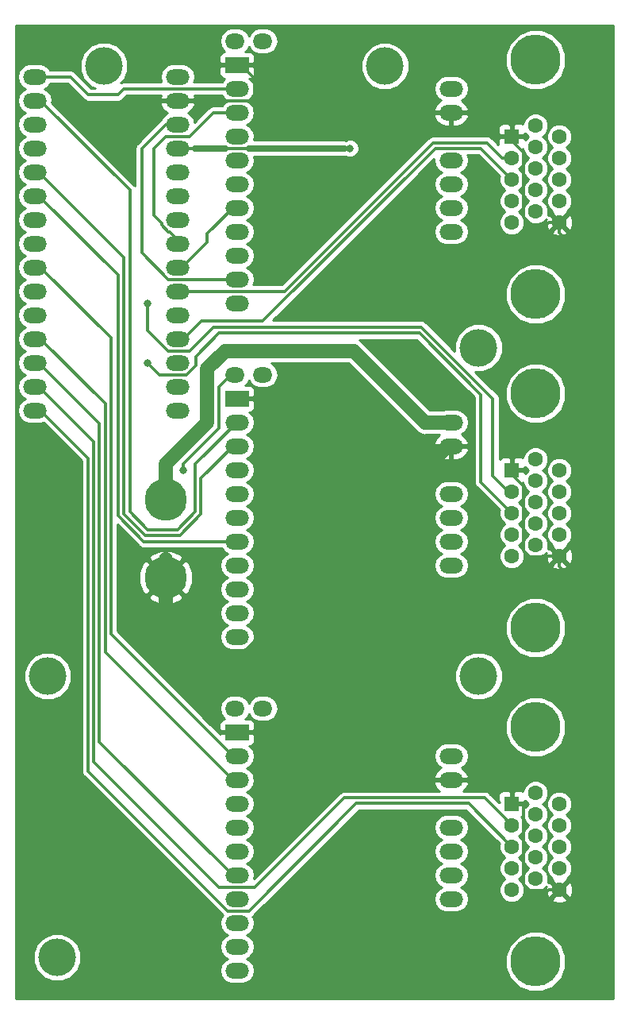
<source format=gbr>
G04 #@! TF.GenerationSoftware,KiCad,Pcbnew,(5.0.1)-4*
G04 #@! TF.CreationDate,2018-11-30T00:10:42+01:00*
G04 #@! TF.ProjectId,servos,736572766F732E6B696361645F706362,rev?*
G04 #@! TF.SameCoordinates,Original*
G04 #@! TF.FileFunction,Copper,L2,Bot,Signal*
G04 #@! TF.FilePolarity,Positive*
%FSLAX46Y46*%
G04 Gerber Fmt 4.6, Leading zero omitted, Abs format (unit mm)*
G04 Created by KiCad (PCBNEW (5.0.1)-4) date 30.11.2018 00:10:42*
%MOMM*%
%LPD*%
G01*
G04 APERTURE LIST*
G04 #@! TA.AperFunction,ComponentPad*
%ADD10O,2.540000X1.651000*%
G04 #@! TD*
G04 #@! TA.AperFunction,ComponentPad*
%ADD11R,2.540000X1.651000*%
G04 #@! TD*
G04 #@! TA.AperFunction,ComponentPad*
%ADD12O,2.095500X1.651000*%
G04 #@! TD*
G04 #@! TA.AperFunction,ComponentPad*
%ADD13C,5.334000*%
G04 #@! TD*
G04 #@! TA.AperFunction,ComponentPad*
%ADD14C,1.600000*%
G04 #@! TD*
G04 #@! TA.AperFunction,ComponentPad*
%ADD15R,1.600000X1.600000*%
G04 #@! TD*
G04 #@! TA.AperFunction,ComponentPad*
%ADD16C,4.500880*%
G04 #@! TD*
G04 #@! TA.AperFunction,ComponentPad*
%ADD17O,2.540000X1.650000*%
G04 #@! TD*
G04 #@! TA.AperFunction,ViaPad*
%ADD18C,4.000000*%
G04 #@! TD*
G04 #@! TA.AperFunction,ViaPad*
%ADD19C,0.800000*%
G04 #@! TD*
G04 #@! TA.AperFunction,Conductor*
%ADD20C,0.304800*%
G04 #@! TD*
G04 #@! TA.AperFunction,Conductor*
%ADD21C,1.524000*%
G04 #@! TD*
G04 #@! TA.AperFunction,Conductor*
%ADD22C,0.635000*%
G04 #@! TD*
G04 #@! TA.AperFunction,Conductor*
%ADD23C,0.254000*%
G04 #@! TD*
G04 APERTURE END LIST*
D10*
G04 #@! TO.P,U4,19*
G04 #@! TO.N,Net-(J3-Pad5)*
X179070000Y-144780000D03*
G04 #@! TO.P,U4,18*
G04 #@! TO.N,Net-(J3-Pad4)*
X179070000Y-142240000D03*
G04 #@! TO.P,U4,17*
G04 #@! TO.N,Net-(J3-Pad6)*
X179070000Y-139700000D03*
G04 #@! TO.P,U4,16*
G04 #@! TO.N,Net-(J3-Pad7)*
X179070000Y-137160000D03*
G04 #@! TO.P,U4,15*
G04 #@! TO.N,GND*
X179070000Y-132080000D03*
G04 #@! TO.P,U4,14*
G04 #@! TO.N,+12V*
X179070000Y-129540000D03*
G04 #@! TO.P,U4,13*
G04 #@! TO.N,Net-(U4-Pad13)*
X156210000Y-152400000D03*
G04 #@! TO.P,U4,12*
G04 #@! TO.N,Net-(U4-Pad12)*
X156210000Y-149860000D03*
G04 #@! TO.P,U4,11*
G04 #@! TO.N,Net-(U4-Pad11)*
X156210000Y-147320000D03*
G04 #@! TO.P,U4,10*
G04 #@! TO.N,Net-(U4-Pad10)*
X156210000Y-144780000D03*
G04 #@! TO.P,U4,9*
G04 #@! TO.N,CS3*
X156210000Y-142240000D03*
G04 #@! TO.P,U4,8*
G04 #@! TO.N,SCK*
X156210000Y-139700000D03*
G04 #@! TO.P,U4,7*
G04 #@! TO.N,MOSI*
X156210000Y-137160000D03*
G04 #@! TO.P,U4,6*
G04 #@! TO.N,MISO*
X156210000Y-134620000D03*
G04 #@! TO.P,U4,5*
G04 #@! TO.N,DIR3*
X156210000Y-132080000D03*
G04 #@! TO.P,U4,4*
G04 #@! TO.N,NXT3*
X156210000Y-129540000D03*
D11*
G04 #@! TO.P,U4,3*
G04 #@! TO.N,GND*
X156210000Y-127000000D03*
D12*
G04 #@! TO.P,U4,1*
G04 #@! TO.N,Net-(U4-Pad1)*
X158959550Y-124460000D03*
G04 #@! TO.P,U4,2*
G04 #@! TO.N,+3V3*
X156000450Y-124460000D03*
G04 #@! TD*
D13*
G04 #@! TO.P,J1,*
G04 #@! TO.N,*
X188082266Y-80309999D03*
X188082266Y-55321200D03*
D14*
G04 #@! TO.P,J1,15*
G04 #@! TO.N,GND*
X190622266Y-72660000D03*
G04 #@! TO.P,J1,14*
G04 #@! TO.N,Net-(J1-Pad14)*
X190622266Y-70370000D03*
G04 #@! TO.P,J1,13*
G04 #@! TO.N,+5V*
X190622266Y-68080000D03*
G04 #@! TO.P,J1,12*
G04 #@! TO.N,Net-(J1-Pad12)*
X190622266Y-65790000D03*
G04 #@! TO.P,J1,11*
G04 #@! TO.N,Net-(J1-Pad11)*
X190622266Y-63500000D03*
G04 #@! TO.P,J1,10*
G04 #@! TO.N,Net-(J1-Pad10)*
X188082266Y-71515000D03*
G04 #@! TO.P,J1,9*
G04 #@! TO.N,Net-(J1-Pad9)*
X188082266Y-69225000D03*
G04 #@! TO.P,J1,8*
G04 #@! TO.N,Net-(J1-Pad8)*
X188082266Y-66935000D03*
G04 #@! TO.P,J1,7*
G04 #@! TO.N,Net-(J1-Pad7)*
X188082266Y-64645000D03*
G04 #@! TO.P,J1,6*
G04 #@! TO.N,Net-(J1-Pad6)*
X188082266Y-62355000D03*
G04 #@! TO.P,J1,5*
G04 #@! TO.N,Net-(J1-Pad5)*
X185542266Y-72660000D03*
G04 #@! TO.P,J1,4*
G04 #@! TO.N,Net-(J1-Pad4)*
X185542266Y-70370000D03*
G04 #@! TO.P,J1,3*
G04 #@! TO.N,RLIMIT1*
X185542266Y-68080000D03*
G04 #@! TO.P,J1,2*
G04 #@! TO.N,FLIMIT1*
X185542266Y-65790000D03*
D15*
G04 #@! TO.P,J1,1*
G04 #@! TO.N,GND*
X185542266Y-63500000D03*
G04 #@! TD*
D12*
G04 #@! TO.P,U3,2*
G04 #@! TO.N,+3V3*
X156000450Y-88900000D03*
G04 #@! TO.P,U3,1*
G04 #@! TO.N,Net-(U3-Pad1)*
X158959550Y-88900000D03*
D11*
G04 #@! TO.P,U3,3*
G04 #@! TO.N,GND*
X156210000Y-91440000D03*
D10*
G04 #@! TO.P,U3,4*
G04 #@! TO.N,NXT2*
X156210000Y-93980000D03*
G04 #@! TO.P,U3,5*
G04 #@! TO.N,DIR2*
X156210000Y-96520000D03*
G04 #@! TO.P,U3,6*
G04 #@! TO.N,MISO*
X156210000Y-99060000D03*
G04 #@! TO.P,U3,7*
G04 #@! TO.N,MOSI*
X156210000Y-101600000D03*
G04 #@! TO.P,U3,8*
G04 #@! TO.N,SCK*
X156210000Y-104140000D03*
G04 #@! TO.P,U3,9*
G04 #@! TO.N,CS2*
X156210000Y-106680000D03*
G04 #@! TO.P,U3,10*
G04 #@! TO.N,Net-(U3-Pad10)*
X156210000Y-109220000D03*
G04 #@! TO.P,U3,11*
G04 #@! TO.N,Net-(U3-Pad11)*
X156210000Y-111760000D03*
G04 #@! TO.P,U3,12*
G04 #@! TO.N,Net-(U3-Pad12)*
X156210000Y-114300000D03*
G04 #@! TO.P,U3,13*
G04 #@! TO.N,Net-(U3-Pad13)*
X156210000Y-116840000D03*
G04 #@! TO.P,U3,14*
G04 #@! TO.N,+12V*
X179070000Y-93980000D03*
G04 #@! TO.P,U3,15*
G04 #@! TO.N,GND*
X179070000Y-96520000D03*
G04 #@! TO.P,U3,16*
G04 #@! TO.N,Net-(J2-Pad7)*
X179070000Y-101600000D03*
G04 #@! TO.P,U3,17*
G04 #@! TO.N,Net-(J2-Pad6)*
X179070000Y-104140000D03*
G04 #@! TO.P,U3,18*
G04 #@! TO.N,Net-(J2-Pad4)*
X179070000Y-106680000D03*
G04 #@! TO.P,U3,19*
G04 #@! TO.N,Net-(J2-Pad5)*
X179070000Y-109220000D03*
G04 #@! TD*
D16*
G04 #@! TO.P,U6,1*
G04 #@! TO.N,GND*
X148590000Y-110490000D03*
G04 #@! TD*
G04 #@! TO.P,U5,1*
G04 #@! TO.N,+12V*
X148590000Y-102235000D03*
G04 #@! TD*
D13*
G04 #@! TO.P,J3,*
G04 #@! TO.N,*
X188082266Y-151429999D03*
X188082266Y-126441200D03*
D14*
G04 #@! TO.P,J3,15*
G04 #@! TO.N,GND*
X190622266Y-143780000D03*
G04 #@! TO.P,J3,14*
G04 #@! TO.N,Net-(J3-Pad14)*
X190622266Y-141490000D03*
G04 #@! TO.P,J3,13*
G04 #@! TO.N,+5V*
X190622266Y-139200000D03*
G04 #@! TO.P,J3,12*
G04 #@! TO.N,Net-(J3-Pad12)*
X190622266Y-136910000D03*
G04 #@! TO.P,J3,11*
G04 #@! TO.N,Net-(J3-Pad11)*
X190622266Y-134620000D03*
G04 #@! TO.P,J3,10*
G04 #@! TO.N,Net-(J3-Pad10)*
X188082266Y-142635000D03*
G04 #@! TO.P,J3,9*
G04 #@! TO.N,Net-(J3-Pad9)*
X188082266Y-140345000D03*
G04 #@! TO.P,J3,8*
G04 #@! TO.N,Net-(J3-Pad8)*
X188082266Y-138055000D03*
G04 #@! TO.P,J3,7*
G04 #@! TO.N,Net-(J3-Pad7)*
X188082266Y-135765000D03*
G04 #@! TO.P,J3,6*
G04 #@! TO.N,Net-(J3-Pad6)*
X188082266Y-133475000D03*
G04 #@! TO.P,J3,5*
G04 #@! TO.N,Net-(J3-Pad5)*
X185542266Y-143780000D03*
G04 #@! TO.P,J3,4*
G04 #@! TO.N,Net-(J3-Pad4)*
X185542266Y-141490000D03*
G04 #@! TO.P,J3,3*
G04 #@! TO.N,RLIMIT3*
X185542266Y-139200000D03*
G04 #@! TO.P,J3,2*
G04 #@! TO.N,FLIMIT3*
X185542266Y-136910000D03*
D15*
G04 #@! TO.P,J3,1*
G04 #@! TO.N,GND*
X185542266Y-134620000D03*
G04 #@! TD*
D13*
G04 #@! TO.P,J2,*
G04 #@! TO.N,*
X188082266Y-115869999D03*
X188082266Y-90881200D03*
D14*
G04 #@! TO.P,J2,15*
G04 #@! TO.N,GND*
X190622266Y-108220000D03*
G04 #@! TO.P,J2,14*
G04 #@! TO.N,Net-(J2-Pad14)*
X190622266Y-105930000D03*
G04 #@! TO.P,J2,13*
G04 #@! TO.N,+5V*
X190622266Y-103640000D03*
G04 #@! TO.P,J2,12*
G04 #@! TO.N,Net-(J2-Pad12)*
X190622266Y-101350000D03*
G04 #@! TO.P,J2,11*
G04 #@! TO.N,Net-(J2-Pad11)*
X190622266Y-99060000D03*
G04 #@! TO.P,J2,10*
G04 #@! TO.N,Net-(J2-Pad10)*
X188082266Y-107075000D03*
G04 #@! TO.P,J2,9*
G04 #@! TO.N,Net-(J2-Pad9)*
X188082266Y-104785000D03*
G04 #@! TO.P,J2,8*
G04 #@! TO.N,Net-(J2-Pad8)*
X188082266Y-102495000D03*
G04 #@! TO.P,J2,7*
G04 #@! TO.N,Net-(J2-Pad7)*
X188082266Y-100205000D03*
G04 #@! TO.P,J2,6*
G04 #@! TO.N,Net-(J2-Pad6)*
X188082266Y-97915000D03*
G04 #@! TO.P,J2,5*
G04 #@! TO.N,Net-(J2-Pad5)*
X185542266Y-108220000D03*
G04 #@! TO.P,J2,4*
G04 #@! TO.N,Net-(J2-Pad4)*
X185542266Y-105930000D03*
G04 #@! TO.P,J2,3*
G04 #@! TO.N,RLIMIT2*
X185542266Y-103640000D03*
G04 #@! TO.P,J2,2*
G04 #@! TO.N,FLIMIT2*
X185542266Y-101350000D03*
D15*
G04 #@! TO.P,J2,1*
G04 #@! TO.N,GND*
X185542266Y-99060000D03*
G04 #@! TD*
D17*
G04 #@! TO.P,U1,1*
G04 #@! TO.N,NXT1*
X134620000Y-57150000D03*
G04 #@! TO.P,U1,2*
G04 #@! TO.N,NXT2*
X134620000Y-59690000D03*
G04 #@! TO.P,U1,3*
G04 #@! TO.N,Net-(U1-Pad3)*
X134620000Y-62230000D03*
G04 #@! TO.P,U1,4*
G04 #@! TO.N,Net-(U1-Pad4)*
X134620000Y-64770000D03*
G04 #@! TO.P,U1,5*
G04 #@! TO.N,DIR2*
X134620000Y-67310000D03*
G04 #@! TO.P,U1,6*
G04 #@! TO.N,CS2*
X134620000Y-69850000D03*
G04 #@! TO.P,U1,7*
G04 #@! TO.N,FLIMIT2*
X134620000Y-72390000D03*
G04 #@! TO.P,U1,8*
G04 #@! TO.N,RLIMIT2*
X134620000Y-74930000D03*
G04 #@! TO.P,U1,9*
G04 #@! TO.N,NXT3*
X134620000Y-77470000D03*
G04 #@! TO.P,U1,10*
G04 #@! TO.N,Net-(U1-Pad10)*
X134620000Y-80010000D03*
G04 #@! TO.P,U1,11*
G04 #@! TO.N,Net-(U1-Pad11)*
X134620000Y-82550000D03*
G04 #@! TO.P,U1,12*
G04 #@! TO.N,DIR3*
X134620000Y-85090000D03*
G04 #@! TO.P,U1,13*
G04 #@! TO.N,CS3*
X134620000Y-87630000D03*
G04 #@! TO.P,U1,14*
G04 #@! TO.N,FLIMIT3*
X134620000Y-90170000D03*
G04 #@! TO.P,U1,15*
G04 #@! TO.N,RLIMIT3*
X134620000Y-92710000D03*
G04 #@! TO.P,U1,16*
G04 #@! TO.N,Net-(U1-Pad16)*
X149860000Y-57150000D03*
G04 #@! TO.P,U1,17*
G04 #@! TO.N,GND*
X149860000Y-59690000D03*
G04 #@! TO.P,U1,18*
G04 #@! TO.N,RESET*
X149860000Y-62230000D03*
G04 #@! TO.P,U1,19*
G04 #@! TO.N,+5V*
X149860000Y-64770000D03*
G04 #@! TO.P,U1,20*
G04 #@! TO.N,Net-(U1-Pad20)*
X149860000Y-67310000D03*
G04 #@! TO.P,U1,21*
G04 #@! TO.N,MOSI*
X149860000Y-69850000D03*
G04 #@! TO.P,U1,22*
G04 #@! TO.N,MISO*
X149860000Y-72390000D03*
G04 #@! TO.P,U1,23*
G04 #@! TO.N,DIR1*
X149860000Y-74930000D03*
G04 #@! TO.P,U1,24*
G04 #@! TO.N,CS1*
X149860000Y-77470000D03*
G04 #@! TO.P,U1,25*
G04 #@! TO.N,FLIMIT1*
X149860000Y-80010000D03*
G04 #@! TO.P,U1,26*
G04 #@! TO.N,SCK*
X149860000Y-82550000D03*
G04 #@! TO.P,U1,27*
G04 #@! TO.N,RLIMIT1*
X149860000Y-85090000D03*
G04 #@! TO.P,U1,28*
G04 #@! TO.N,Net-(U1-Pad28)*
X149860000Y-87630000D03*
G04 #@! TO.P,U1,29*
G04 #@! TO.N,+3V3*
X149860000Y-90170000D03*
G04 #@! TO.P,U1,30*
G04 #@! TO.N,Net-(U1-Pad30)*
X149860000Y-92710000D03*
G04 #@! TD*
D12*
G04 #@! TO.P,U2,2*
G04 #@! TO.N,+3V3*
X156000450Y-53340000D03*
G04 #@! TO.P,U2,1*
G04 #@! TO.N,Net-(U2-Pad1)*
X158959550Y-53340000D03*
D11*
G04 #@! TO.P,U2,3*
G04 #@! TO.N,GND*
X156210000Y-55880000D03*
D10*
G04 #@! TO.P,U2,4*
G04 #@! TO.N,NXT1*
X156210000Y-58420000D03*
G04 #@! TO.P,U2,5*
G04 #@! TO.N,DIR1*
X156210000Y-60960000D03*
G04 #@! TO.P,U2,6*
G04 #@! TO.N,MISO*
X156210000Y-63500000D03*
G04 #@! TO.P,U2,7*
G04 #@! TO.N,MOSI*
X156210000Y-66040000D03*
G04 #@! TO.P,U2,8*
G04 #@! TO.N,SCK*
X156210000Y-68580000D03*
G04 #@! TO.P,U2,9*
G04 #@! TO.N,CS1*
X156210000Y-71120000D03*
G04 #@! TO.P,U2,10*
G04 #@! TO.N,Net-(U2-Pad10)*
X156210000Y-73660000D03*
G04 #@! TO.P,U2,11*
G04 #@! TO.N,Net-(U2-Pad11)*
X156210000Y-76200000D03*
G04 #@! TO.P,U2,12*
G04 #@! TO.N,RESET*
X156210000Y-78740000D03*
G04 #@! TO.P,U2,13*
G04 #@! TO.N,Net-(U2-Pad13)*
X156210000Y-81280000D03*
G04 #@! TO.P,U2,14*
G04 #@! TO.N,+12V*
X179070000Y-58420000D03*
G04 #@! TO.P,U2,15*
G04 #@! TO.N,GND*
X179070000Y-60960000D03*
G04 #@! TO.P,U2,16*
G04 #@! TO.N,Net-(J1-Pad7)*
X179070000Y-66040000D03*
G04 #@! TO.P,U2,17*
G04 #@! TO.N,Net-(J1-Pad6)*
X179070000Y-68580000D03*
G04 #@! TO.P,U2,18*
G04 #@! TO.N,Net-(J1-Pad4)*
X179070000Y-71120000D03*
G04 #@! TO.P,U2,19*
G04 #@! TO.N,Net-(J1-Pad5)*
X179070000Y-73660000D03*
G04 #@! TD*
D18*
G04 #@! TO.N,*
X182000000Y-86000000D03*
X172000000Y-56000000D03*
X182000000Y-121000000D03*
X136000000Y-121000000D03*
X137000000Y-151000000D03*
X142000000Y-55975490D03*
D19*
G04 #@! TO.N,+5V*
X168275000Y-64770000D03*
G04 #@! TO.N,+3V3*
X150495000Y-99060000D03*
G04 #@! TO.N,RLIMIT2*
X146685000Y-87630000D03*
G04 #@! TO.N,FLIMIT2*
X146685000Y-81280000D03*
G04 #@! TD*
D20*
G04 #@! TO.N,GND*
X149860000Y-59690000D02*
X157480000Y-59690000D01*
X180644800Y-60960000D02*
X179070000Y-60960000D01*
X184107066Y-60960000D02*
X180644800Y-60960000D01*
X185542266Y-63500000D02*
X185542266Y-62395200D01*
X185542266Y-62395200D02*
X184107066Y-60960000D01*
X156654500Y-55880000D02*
X156210000Y-55880000D01*
X158115000Y-57340500D02*
X156654500Y-55880000D01*
X157480000Y-59690000D02*
X158115000Y-59690000D01*
X158115000Y-59690000D02*
X158115000Y-57340500D01*
X186786767Y-72061363D02*
X187750404Y-73025000D01*
X186786767Y-65192639D02*
X186786767Y-72061363D01*
X185542266Y-63500000D02*
X185542266Y-63948138D01*
X185542266Y-63948138D02*
X186786767Y-65192639D01*
X189490896Y-72660000D02*
X190622266Y-72660000D01*
X187750404Y-73025000D02*
X189125896Y-73025000D01*
X189125896Y-73025000D02*
X189490896Y-72660000D01*
D21*
X178625500Y-96520000D02*
X179070000Y-96520000D01*
X148590000Y-108585000D02*
X148590000Y-113665000D01*
X148590000Y-113665000D02*
X154305000Y-119380000D01*
X154305000Y-119380000D02*
X156772669Y-119380000D01*
X174625000Y-101527669D02*
X174625000Y-100520500D01*
X156772669Y-119380000D02*
X174625000Y-101527669D01*
X174625000Y-100520500D02*
X178625500Y-96520000D01*
D20*
X159720565Y-59690000D02*
X157480000Y-59690000D01*
X179070000Y-60960000D02*
X160990565Y-60960000D01*
X160990565Y-60960000D02*
X159720565Y-59690000D01*
X185542266Y-96397734D02*
X185542266Y-99060000D01*
X187325000Y-94615000D02*
X185542266Y-96397734D01*
X190622266Y-73791370D02*
X192405000Y-75574104D01*
X190622266Y-72660000D02*
X190622266Y-73791370D01*
X192405000Y-75574104D02*
X192405000Y-92075000D01*
X192405000Y-92075000D02*
X192080404Y-92075000D01*
X192080404Y-92075000D02*
X189540404Y-94615000D01*
X189540404Y-94615000D02*
X187325000Y-94615000D01*
X189490896Y-143780000D02*
X190622266Y-143780000D01*
X186647066Y-134620000D02*
X186786767Y-134759701D01*
X185542266Y-134620000D02*
X186647066Y-134620000D01*
X186786767Y-134759701D02*
X186786767Y-143181363D01*
X186786767Y-143181363D02*
X187484905Y-143879501D01*
X187484905Y-143879501D02*
X189391395Y-143879501D01*
X189391395Y-143879501D02*
X189490896Y-143780000D01*
X190622266Y-108220000D02*
X190622266Y-109351370D01*
X185542266Y-132592734D02*
X185542266Y-133515200D01*
X193040000Y-111769104D02*
X193040000Y-127000000D01*
X185542266Y-133515200D02*
X185542266Y-134620000D01*
X193040000Y-127000000D02*
X188595000Y-131445000D01*
X190622266Y-109351370D02*
X193040000Y-111769104D01*
X188595000Y-131445000D02*
X186690000Y-131445000D01*
X186690000Y-131445000D02*
X185542266Y-132592734D01*
X188779128Y-108220000D02*
X190622266Y-108220000D01*
X185542266Y-99508138D02*
X186786767Y-100752639D01*
X185542266Y-99060000D02*
X185542266Y-99508138D01*
X186786767Y-100752639D02*
X186786767Y-107621363D01*
X186786767Y-107621363D02*
X187484905Y-108319501D01*
X187484905Y-108319501D02*
X188679627Y-108319501D01*
X188679627Y-108319501D02*
X188779128Y-108220000D01*
G04 #@! TO.N,+5V*
X157480000Y-64770000D02*
X161290000Y-64770000D01*
D22*
X157480000Y-64770000D02*
X167640000Y-64770000D01*
D20*
X161290000Y-64770000D02*
X167640000Y-64770000D01*
X167640000Y-64770000D02*
X168275000Y-64770000D01*
X154940000Y-64770000D02*
X157480000Y-64770000D01*
X154305000Y-64770000D02*
X154940000Y-64770000D01*
D22*
X153035000Y-64770000D02*
X154940000Y-64770000D01*
D20*
X151765000Y-64770000D02*
X153035000Y-64770000D01*
X149860000Y-64770000D02*
X151765000Y-64770000D01*
D22*
X153670000Y-64770000D02*
X151765000Y-64770000D01*
D20*
X153670000Y-64770000D02*
X154305000Y-64770000D01*
X153035000Y-64770000D02*
X153670000Y-64770000D01*
G04 #@! TO.N,+3V3*
X155575000Y-88900000D02*
X154305000Y-90170000D01*
X156210000Y-88900000D02*
X155575000Y-88900000D01*
X150495000Y-98406342D02*
X150495000Y-99060000D01*
X154305000Y-90170000D02*
X154305000Y-94596342D01*
X154305000Y-94596342D02*
X150495000Y-98406342D01*
D21*
G04 #@! TO.N,+12V*
X176276000Y-93980000D02*
X179070000Y-93980000D01*
X148590000Y-98425000D02*
X153035000Y-93980000D01*
X148590000Y-102235000D02*
X148590000Y-98425000D01*
X153035000Y-93980000D02*
X153035000Y-88265000D01*
X153035000Y-88265000D02*
X154940000Y-86360000D01*
X154940000Y-86360000D02*
X168656000Y-86360000D01*
X168656000Y-86360000D02*
X176276000Y-93980000D01*
D20*
G04 #@! TO.N,NXT1*
X154635200Y-58420000D02*
X156210000Y-58420000D01*
X150831338Y-58420000D02*
X154635200Y-58420000D01*
X138430000Y-57150000D02*
X140335000Y-59055000D01*
X134620000Y-57150000D02*
X138430000Y-57150000D01*
X140335000Y-59055000D02*
X143510000Y-59055000D01*
X143510000Y-59055000D02*
X144144510Y-58420490D01*
X144144510Y-58420490D02*
X150830848Y-58420490D01*
X150830848Y-58420490D02*
X150831338Y-58420000D01*
G04 #@! TO.N,DIR1*
X150305000Y-74930000D02*
X149860000Y-74930000D01*
X148889152Y-73659510D02*
X149034510Y-73659510D01*
X149034510Y-73659510D02*
X150305000Y-74930000D01*
X148145490Y-72915848D02*
X148889152Y-73659510D01*
X151129510Y-63500490D02*
X148589510Y-63500490D01*
X148589510Y-63500490D02*
X147320000Y-64770000D01*
X153670000Y-60960000D02*
X151129510Y-63500490D01*
X147320000Y-64770000D02*
X147320000Y-71945000D01*
X148145490Y-72770490D02*
X148145490Y-72915848D01*
X156210000Y-60960000D02*
X153670000Y-60960000D01*
X147320000Y-71945000D02*
X148145490Y-72770490D01*
G04 #@! TO.N,CS1*
X150305000Y-77470000D02*
X153035000Y-74740000D01*
X149860000Y-77470000D02*
X150305000Y-77470000D01*
X155765500Y-71120000D02*
X156210000Y-71120000D01*
X153035000Y-73850500D02*
X155765500Y-71120000D01*
X153035000Y-74740000D02*
X153035000Y-73850500D01*
G04 #@! TO.N,NXT2*
X135255000Y-59690000D02*
X134620000Y-59690000D01*
X144780000Y-69215000D02*
X135255000Y-59690000D01*
X151765000Y-98425000D02*
X151765000Y-103505000D01*
X156210000Y-93980000D02*
X151765000Y-98425000D01*
X151765000Y-103505000D02*
X149860000Y-105410000D01*
X149860000Y-105410000D02*
X146685000Y-105410000D01*
X146685000Y-105410000D02*
X144780000Y-103505000D01*
X144780000Y-103505000D02*
X144780000Y-69215000D01*
G04 #@! TO.N,DIR2*
X135065000Y-67310000D02*
X134620000Y-67310000D01*
X144145000Y-76390000D02*
X135065000Y-67310000D01*
X156210000Y-96520000D02*
X155765500Y-96520000D01*
X152361911Y-99923589D02*
X152361911Y-103752248D01*
X152361911Y-103752248D02*
X150107248Y-106006911D01*
X144145000Y-103714159D02*
X144145000Y-76390000D01*
X155765500Y-96520000D02*
X152361911Y-99923589D01*
X150107248Y-106006911D02*
X146437752Y-106006911D01*
X146437752Y-106006911D02*
X144145000Y-103714159D01*
G04 #@! TO.N,CS2*
X135065000Y-69850000D02*
X134620000Y-69850000D01*
X143510000Y-78295000D02*
X135065000Y-69850000D01*
X143510000Y-103923318D02*
X143510000Y-78295000D01*
X156210000Y-106680000D02*
X146266682Y-106680000D01*
X146266682Y-106680000D02*
X143510000Y-103923318D01*
G04 #@! TO.N,CS3*
X141528822Y-128003322D02*
X141528822Y-94093822D01*
X156210000Y-142240000D02*
X155765500Y-142240000D01*
X155765500Y-142240000D02*
X141528822Y-128003322D01*
X141528822Y-94093822D02*
X135065000Y-87630000D01*
X135065000Y-87630000D02*
X134620000Y-87630000D01*
G04 #@! TO.N,DIR3*
X135255000Y-85090000D02*
X134620000Y-85090000D01*
X142125733Y-91960733D02*
X135255000Y-85090000D01*
X142125733Y-118440233D02*
X142125733Y-91960733D01*
X156210000Y-132080000D02*
X155765500Y-132080000D01*
X155765500Y-132080000D02*
X142125733Y-118440233D01*
G04 #@! TO.N,NXT3*
X135255000Y-77470000D02*
X134620000Y-77470000D01*
X142722644Y-84937644D02*
X135255000Y-77470000D01*
X142722644Y-116497144D02*
X142722644Y-84937644D01*
X156210000Y-129540000D02*
X155765500Y-129540000D01*
X155765500Y-129540000D02*
X142722644Y-116497144D01*
G04 #@! TO.N,FLIMIT1*
X184535000Y-65790000D02*
X185542266Y-65790000D01*
X182918079Y-64173079D02*
X184535000Y-65790000D01*
X177126920Y-64173079D02*
X182918079Y-64173079D01*
X149860000Y-80010000D02*
X161290000Y-80010000D01*
X161290000Y-80010000D02*
X177126920Y-64173079D01*
G04 #@! TO.N,RLIMIT1*
X150495000Y-85090000D02*
X152400000Y-83185000D01*
X149860000Y-85090000D02*
X150495000Y-85090000D01*
X152400000Y-83185000D02*
X158959158Y-83185000D01*
X185542266Y-68067266D02*
X185542266Y-68080000D01*
X158959158Y-83185000D02*
X177374168Y-64769990D01*
X177374168Y-64769990D02*
X182244990Y-64769990D01*
X182244990Y-64769990D02*
X185542266Y-68067266D01*
G04 #@! TO.N,RLIMIT2*
X182245000Y-100342734D02*
X185542266Y-103640000D01*
X175685842Y-84455000D02*
X182245000Y-91014158D01*
X147955000Y-88900000D02*
X150830358Y-88900000D01*
X146685000Y-87630000D02*
X147955000Y-88900000D01*
X182245000Y-91014158D02*
X182245000Y-100342734D01*
X151828490Y-87901868D02*
X151828490Y-86931510D01*
X150830358Y-88900000D02*
X151828490Y-87901868D01*
X151828490Y-86931510D02*
X154305000Y-84455000D01*
X154305000Y-84455000D02*
X175685842Y-84455000D01*
G04 #@! TO.N,FLIMIT2*
X185170000Y-101350000D02*
X185542266Y-101350000D01*
X183515000Y-99695000D02*
X185170000Y-101350000D01*
X183515000Y-91440000D02*
X183515000Y-99695000D01*
X146685000Y-84155358D02*
X148889152Y-86359510D01*
X148889152Y-86359510D02*
X151130490Y-86359510D01*
X146685000Y-81280000D02*
X146685000Y-84155358D01*
X151130490Y-86359510D02*
X153670000Y-83820000D01*
X153670000Y-83820000D02*
X175895000Y-83820000D01*
X175895000Y-83820000D02*
X183515000Y-91440000D01*
G04 #@! TO.N,FLIMIT3*
X167640000Y-133985000D02*
X182617266Y-133985000D01*
X182617266Y-133985000D02*
X184742267Y-136110001D01*
X184742267Y-136110001D02*
X185542266Y-136910000D01*
X134620000Y-90170000D02*
X135065000Y-90170000D01*
X158115000Y-143510000D02*
X167640000Y-133985000D01*
X135065000Y-90170000D02*
X140931911Y-96036911D01*
X140931911Y-130136911D02*
X154305000Y-143510000D01*
X154305000Y-143510000D02*
X158115000Y-143510000D01*
X140931911Y-96036911D02*
X140931911Y-130136911D01*
G04 #@! TO.N,RLIMIT3*
X180924176Y-134581910D02*
X185542266Y-139200000D01*
X168948090Y-134581910D02*
X180924176Y-134581910D01*
X135255000Y-92710000D02*
X140335000Y-97790000D01*
X134620000Y-92710000D02*
X135255000Y-92710000D01*
X140335000Y-131145565D02*
X155239435Y-146050000D01*
X155239435Y-146050000D02*
X157480000Y-146050000D01*
X140335000Y-97790000D02*
X140335000Y-131145565D01*
X157480000Y-146050000D02*
X168948090Y-134581910D01*
G04 #@! TO.N,RESET*
X148590000Y-62230000D02*
X149860000Y-62230000D01*
X146050000Y-64770000D02*
X148590000Y-62230000D01*
X146050000Y-75900358D02*
X146050000Y-64770000D01*
X156210000Y-78740000D02*
X148889642Y-78740000D01*
X148889642Y-78740000D02*
X146050000Y-75900358D01*
G04 #@! TD*
D23*
G04 #@! TO.N,GND*
G36*
X196366201Y-155366200D02*
X132633800Y-155366200D01*
X132633800Y-150491023D01*
X134441200Y-150491023D01*
X134441200Y-151508977D01*
X134830754Y-152449444D01*
X135550556Y-153169246D01*
X136491023Y-153558800D01*
X137508977Y-153558800D01*
X138449444Y-153169246D01*
X139169246Y-152449444D01*
X139558800Y-151508977D01*
X139558800Y-150491023D01*
X139169246Y-149550556D01*
X138449444Y-148830754D01*
X137508977Y-148441200D01*
X136491023Y-148441200D01*
X135550556Y-148830754D01*
X134830754Y-149550556D01*
X134441200Y-150491023D01*
X132633800Y-150491023D01*
X132633800Y-120491023D01*
X133441200Y-120491023D01*
X133441200Y-121508977D01*
X133830754Y-122449444D01*
X134550556Y-123169246D01*
X135491023Y-123558800D01*
X136508977Y-123558800D01*
X137449444Y-123169246D01*
X138169246Y-122449444D01*
X138558800Y-121508977D01*
X138558800Y-120491023D01*
X138169246Y-119550556D01*
X137449444Y-118830754D01*
X136508977Y-118441200D01*
X135491023Y-118441200D01*
X134550556Y-118830754D01*
X133830754Y-119550556D01*
X133441200Y-120491023D01*
X132633800Y-120491023D01*
X132633800Y-57150000D01*
X132764090Y-57150000D01*
X132871489Y-57689932D01*
X133177336Y-58147664D01*
X133584915Y-58420000D01*
X133177336Y-58692336D01*
X132871489Y-59150068D01*
X132764090Y-59690000D01*
X132871489Y-60229932D01*
X133177336Y-60687664D01*
X133584915Y-60960000D01*
X133177336Y-61232336D01*
X132871489Y-61690068D01*
X132764090Y-62230000D01*
X132871489Y-62769932D01*
X133177336Y-63227664D01*
X133584915Y-63500000D01*
X133177336Y-63772336D01*
X132871489Y-64230068D01*
X132764090Y-64770000D01*
X132871489Y-65309932D01*
X133177336Y-65767664D01*
X133584915Y-66040000D01*
X133177336Y-66312336D01*
X132871489Y-66770068D01*
X132764090Y-67310000D01*
X132871489Y-67849932D01*
X133177336Y-68307664D01*
X133584915Y-68580000D01*
X133177336Y-68852336D01*
X132871489Y-69310068D01*
X132764090Y-69850000D01*
X132871489Y-70389932D01*
X133177336Y-70847664D01*
X133584915Y-71120000D01*
X133177336Y-71392336D01*
X132871489Y-71850068D01*
X132764090Y-72390000D01*
X132871489Y-72929932D01*
X133177336Y-73387664D01*
X133584915Y-73660000D01*
X133177336Y-73932336D01*
X132871489Y-74390068D01*
X132764090Y-74930000D01*
X132871489Y-75469932D01*
X133177336Y-75927664D01*
X133584915Y-76200000D01*
X133177336Y-76472336D01*
X132871489Y-76930068D01*
X132764090Y-77470000D01*
X132871489Y-78009932D01*
X133177336Y-78467664D01*
X133584915Y-78740000D01*
X133177336Y-79012336D01*
X132871489Y-79470068D01*
X132764090Y-80010000D01*
X132871489Y-80549932D01*
X133177336Y-81007664D01*
X133584915Y-81280000D01*
X133177336Y-81552336D01*
X132871489Y-82010068D01*
X132764090Y-82550000D01*
X132871489Y-83089932D01*
X133177336Y-83547664D01*
X133584915Y-83820000D01*
X133177336Y-84092336D01*
X132871489Y-84550068D01*
X132764090Y-85090000D01*
X132871489Y-85629932D01*
X133177336Y-86087664D01*
X133584915Y-86360000D01*
X133177336Y-86632336D01*
X132871489Y-87090068D01*
X132764090Y-87630000D01*
X132871489Y-88169932D01*
X133177336Y-88627664D01*
X133584915Y-88900000D01*
X133177336Y-89172336D01*
X132871489Y-89630068D01*
X132764090Y-90170000D01*
X132871489Y-90709932D01*
X133177336Y-91167664D01*
X133584915Y-91440000D01*
X133177336Y-91712336D01*
X132871489Y-92170068D01*
X132764090Y-92710000D01*
X132871489Y-93249932D01*
X133177336Y-93707664D01*
X133635068Y-94013511D01*
X134038709Y-94093800D01*
X135201291Y-94093800D01*
X135561385Y-94022173D01*
X139623800Y-98084589D01*
X139623801Y-131075519D01*
X139609868Y-131145565D01*
X139665065Y-131423061D01*
X139782576Y-131598929D01*
X139782579Y-131598932D01*
X139822255Y-131658311D01*
X139881634Y-131697987D01*
X154662591Y-146478945D01*
X154461518Y-146779873D01*
X154354080Y-147320000D01*
X154461518Y-147860127D01*
X154767475Y-148318025D01*
X155174515Y-148590000D01*
X154767475Y-148861975D01*
X154461518Y-149319873D01*
X154354080Y-149860000D01*
X154461518Y-150400127D01*
X154767475Y-150858025D01*
X155174515Y-151130000D01*
X154767475Y-151401975D01*
X154461518Y-151859873D01*
X154354080Y-152400000D01*
X154461518Y-152940127D01*
X154767475Y-153398025D01*
X155225373Y-153703982D01*
X155629159Y-153784300D01*
X156790841Y-153784300D01*
X157194627Y-153703982D01*
X157652525Y-153398025D01*
X157958482Y-152940127D01*
X158065920Y-152400000D01*
X157958482Y-151859873D01*
X157652525Y-151401975D01*
X157245485Y-151130000D01*
X157652525Y-150858025D01*
X157699081Y-150788348D01*
X184856466Y-150788348D01*
X184856466Y-152071650D01*
X185347565Y-153257268D01*
X186254997Y-154164700D01*
X187440615Y-154655799D01*
X188723917Y-154655799D01*
X189909535Y-154164700D01*
X190816967Y-153257268D01*
X191308066Y-152071650D01*
X191308066Y-150788348D01*
X190816967Y-149602730D01*
X189909535Y-148695298D01*
X188723917Y-148204199D01*
X187440615Y-148204199D01*
X186254997Y-148695298D01*
X185347565Y-149602730D01*
X184856466Y-150788348D01*
X157699081Y-150788348D01*
X157958482Y-150400127D01*
X158065920Y-149860000D01*
X157958482Y-149319873D01*
X157652525Y-148861975D01*
X157245485Y-148590000D01*
X157652525Y-148318025D01*
X157958482Y-147860127D01*
X158065920Y-147320000D01*
X157958482Y-146779873D01*
X157868759Y-146645592D01*
X157992746Y-146562746D01*
X158032424Y-146503364D01*
X167375788Y-137160000D01*
X177214080Y-137160000D01*
X177321518Y-137700127D01*
X177627475Y-138158025D01*
X178034515Y-138430000D01*
X177627475Y-138701975D01*
X177321518Y-139159873D01*
X177214080Y-139700000D01*
X177321518Y-140240127D01*
X177627475Y-140698025D01*
X178034515Y-140970000D01*
X177627475Y-141241975D01*
X177321518Y-141699873D01*
X177214080Y-142240000D01*
X177321518Y-142780127D01*
X177627475Y-143238025D01*
X178034515Y-143510000D01*
X177627475Y-143781975D01*
X177321518Y-144239873D01*
X177214080Y-144780000D01*
X177321518Y-145320127D01*
X177627475Y-145778025D01*
X178085373Y-146083982D01*
X178489159Y-146164300D01*
X179650841Y-146164300D01*
X180054627Y-146083982D01*
X180512525Y-145778025D01*
X180818482Y-145320127D01*
X180925920Y-144780000D01*
X180818482Y-144239873D01*
X180512525Y-143781975D01*
X180105485Y-143510000D01*
X180512525Y-143238025D01*
X180818482Y-142780127D01*
X180925920Y-142240000D01*
X180818482Y-141699873D01*
X180512525Y-141241975D01*
X180105485Y-140970000D01*
X180512525Y-140698025D01*
X180818482Y-140240127D01*
X180925920Y-139700000D01*
X180818482Y-139159873D01*
X180512525Y-138701975D01*
X180105485Y-138430000D01*
X180512525Y-138158025D01*
X180818482Y-137700127D01*
X180925920Y-137160000D01*
X180818482Y-136619873D01*
X180512525Y-136161975D01*
X180054627Y-135856018D01*
X179650841Y-135775700D01*
X178489159Y-135775700D01*
X178085373Y-135856018D01*
X177627475Y-136161975D01*
X177321518Y-136619873D01*
X177214080Y-137160000D01*
X167375788Y-137160000D01*
X169242679Y-135293110D01*
X180629588Y-135293110D01*
X184207697Y-138871219D01*
X184183466Y-138929718D01*
X184183466Y-139470282D01*
X184390331Y-139969698D01*
X184765633Y-140345000D01*
X184390331Y-140720302D01*
X184183466Y-141219718D01*
X184183466Y-141760282D01*
X184390331Y-142259698D01*
X184765633Y-142635000D01*
X184390331Y-143010302D01*
X184183466Y-143509718D01*
X184183466Y-144050282D01*
X184390331Y-144549698D01*
X184772568Y-144931935D01*
X185271984Y-145138800D01*
X185812548Y-145138800D01*
X186311964Y-144931935D01*
X186456154Y-144787745D01*
X189794127Y-144787745D01*
X189868261Y-145033864D01*
X190405489Y-145226965D01*
X190975720Y-145199778D01*
X191376271Y-145033864D01*
X191450405Y-144787745D01*
X190622266Y-143959605D01*
X189794127Y-144787745D01*
X186456154Y-144787745D01*
X186694201Y-144549698D01*
X186901066Y-144050282D01*
X186901066Y-143509718D01*
X186694201Y-143010302D01*
X186318899Y-142635000D01*
X186694201Y-142259698D01*
X186901066Y-141760282D01*
X186901066Y-141219718D01*
X186694201Y-140720302D01*
X186318899Y-140345000D01*
X186694201Y-139969698D01*
X186901066Y-139470282D01*
X186901066Y-138929718D01*
X186694201Y-138430302D01*
X186318899Y-138055000D01*
X186694201Y-137679698D01*
X186901066Y-137180282D01*
X186901066Y-136639718D01*
X186694201Y-136140302D01*
X186567799Y-136013900D01*
X186701965Y-135958327D01*
X186723466Y-135936826D01*
X186723466Y-136035282D01*
X186930331Y-136534698D01*
X187305633Y-136910000D01*
X186930331Y-137285302D01*
X186723466Y-137784718D01*
X186723466Y-138325282D01*
X186930331Y-138824698D01*
X187305633Y-139200000D01*
X186930331Y-139575302D01*
X186723466Y-140074718D01*
X186723466Y-140615282D01*
X186930331Y-141114698D01*
X187305633Y-141490000D01*
X186930331Y-141865302D01*
X186723466Y-142364718D01*
X186723466Y-142905282D01*
X186930331Y-143404698D01*
X187312568Y-143786935D01*
X187811984Y-143993800D01*
X188352548Y-143993800D01*
X188851964Y-143786935D01*
X189231204Y-143407695D01*
X189175301Y-143563223D01*
X189202488Y-144133454D01*
X189368402Y-144534005D01*
X189614521Y-144608139D01*
X190442661Y-143780000D01*
X190801871Y-143780000D01*
X191630011Y-144608139D01*
X191876130Y-144534005D01*
X192069231Y-143996777D01*
X192042044Y-143426546D01*
X191876130Y-143025995D01*
X191630011Y-142951861D01*
X190801871Y-143780000D01*
X190442661Y-143780000D01*
X189614521Y-142951861D01*
X189394296Y-143018196D01*
X189441066Y-142905282D01*
X189441066Y-142364718D01*
X189234201Y-141865302D01*
X188858899Y-141490000D01*
X189234201Y-141114698D01*
X189441066Y-140615282D01*
X189441066Y-140074718D01*
X189234201Y-139575302D01*
X188858899Y-139200000D01*
X189234201Y-138824698D01*
X189441066Y-138325282D01*
X189441066Y-137784718D01*
X189234201Y-137285302D01*
X188858899Y-136910000D01*
X189234201Y-136534698D01*
X189441066Y-136035282D01*
X189441066Y-135494718D01*
X189234201Y-134995302D01*
X188858899Y-134620000D01*
X189129181Y-134349718D01*
X189263466Y-134349718D01*
X189263466Y-134890282D01*
X189470331Y-135389698D01*
X189845633Y-135765000D01*
X189470331Y-136140302D01*
X189263466Y-136639718D01*
X189263466Y-137180282D01*
X189470331Y-137679698D01*
X189845633Y-138055000D01*
X189470331Y-138430302D01*
X189263466Y-138929718D01*
X189263466Y-139470282D01*
X189470331Y-139969698D01*
X189845633Y-140345000D01*
X189470331Y-140720302D01*
X189263466Y-141219718D01*
X189263466Y-141760282D01*
X189470331Y-142259698D01*
X189837822Y-142627189D01*
X189794127Y-142772255D01*
X190622266Y-143600395D01*
X191450405Y-142772255D01*
X191406710Y-142627189D01*
X191774201Y-142259698D01*
X191981066Y-141760282D01*
X191981066Y-141219718D01*
X191774201Y-140720302D01*
X191398899Y-140345000D01*
X191774201Y-139969698D01*
X191981066Y-139470282D01*
X191981066Y-138929718D01*
X191774201Y-138430302D01*
X191398899Y-138055000D01*
X191774201Y-137679698D01*
X191981066Y-137180282D01*
X191981066Y-136639718D01*
X191774201Y-136140302D01*
X191398899Y-135765000D01*
X191774201Y-135389698D01*
X191981066Y-134890282D01*
X191981066Y-134349718D01*
X191774201Y-133850302D01*
X191391964Y-133468065D01*
X190892548Y-133261200D01*
X190351984Y-133261200D01*
X189852568Y-133468065D01*
X189470331Y-133850302D01*
X189263466Y-134349718D01*
X189129181Y-134349718D01*
X189234201Y-134244698D01*
X189441066Y-133745282D01*
X189441066Y-133204718D01*
X189234201Y-132705302D01*
X188851964Y-132323065D01*
X188352548Y-132116200D01*
X187811984Y-132116200D01*
X187312568Y-132323065D01*
X186930331Y-132705302D01*
X186723466Y-133204718D01*
X186723466Y-133303174D01*
X186701965Y-133281673D01*
X186468576Y-133185000D01*
X185828016Y-133185000D01*
X185669266Y-133343750D01*
X185669266Y-134493000D01*
X186818516Y-134493000D01*
X186977266Y-134334250D01*
X186977266Y-134291633D01*
X187305633Y-134620000D01*
X186977266Y-134948367D01*
X186977266Y-134905750D01*
X186818516Y-134747000D01*
X185669266Y-134747000D01*
X185669266Y-134767000D01*
X185415266Y-134767000D01*
X185415266Y-134747000D01*
X185395266Y-134747000D01*
X185395266Y-134493000D01*
X185415266Y-134493000D01*
X185415266Y-133343750D01*
X185256516Y-133185000D01*
X184615956Y-133185000D01*
X184382567Y-133281673D01*
X184203939Y-133460302D01*
X184107266Y-133693691D01*
X184107266Y-134334250D01*
X184266014Y-134492998D01*
X184131053Y-134492998D01*
X183169690Y-133531636D01*
X183130012Y-133472254D01*
X182894762Y-133315064D01*
X182687312Y-133273800D01*
X182687307Y-133273800D01*
X182617266Y-133259868D01*
X182547225Y-133273800D01*
X180324112Y-133273800D01*
X180637032Y-133022927D01*
X180912427Y-132521577D01*
X180931688Y-132433044D01*
X180810040Y-132207000D01*
X179197000Y-132207000D01*
X179197000Y-132227000D01*
X178943000Y-132227000D01*
X178943000Y-132207000D01*
X177329960Y-132207000D01*
X177208312Y-132433044D01*
X177227573Y-132521577D01*
X177502968Y-133022927D01*
X177815888Y-133273800D01*
X167710041Y-133273800D01*
X167639999Y-133259868D01*
X167569957Y-133273800D01*
X167569954Y-133273800D01*
X167362504Y-133315064D01*
X167362503Y-133315065D01*
X167362502Y-133315065D01*
X167186635Y-133432576D01*
X167186633Y-133432578D01*
X167127254Y-133472254D01*
X167087578Y-133531633D01*
X157988129Y-142631083D01*
X158065920Y-142240000D01*
X157958482Y-141699873D01*
X157652525Y-141241975D01*
X157245485Y-140970000D01*
X157652525Y-140698025D01*
X157958482Y-140240127D01*
X158065920Y-139700000D01*
X157958482Y-139159873D01*
X157652525Y-138701975D01*
X157245485Y-138430000D01*
X157652525Y-138158025D01*
X157958482Y-137700127D01*
X158065920Y-137160000D01*
X157958482Y-136619873D01*
X157652525Y-136161975D01*
X157245485Y-135890000D01*
X157652525Y-135618025D01*
X157958482Y-135160127D01*
X158065920Y-134620000D01*
X157958482Y-134079873D01*
X157652525Y-133621975D01*
X157245485Y-133350000D01*
X157652525Y-133078025D01*
X157958482Y-132620127D01*
X158065920Y-132080000D01*
X157995696Y-131726956D01*
X177208312Y-131726956D01*
X177329960Y-131953000D01*
X178943000Y-131953000D01*
X178943000Y-131933000D01*
X179197000Y-131933000D01*
X179197000Y-131953000D01*
X180810040Y-131953000D01*
X180931688Y-131726956D01*
X180912427Y-131638423D01*
X180637032Y-131137073D01*
X180190742Y-130779275D01*
X180163380Y-130771315D01*
X180512525Y-130538025D01*
X180818482Y-130080127D01*
X180925920Y-129540000D01*
X180818482Y-128999873D01*
X180512525Y-128541975D01*
X180054627Y-128236018D01*
X179650841Y-128155700D01*
X178489159Y-128155700D01*
X178085373Y-128236018D01*
X177627475Y-128541975D01*
X177321518Y-128999873D01*
X177214080Y-129540000D01*
X177321518Y-130080127D01*
X177627475Y-130538025D01*
X177976620Y-130771315D01*
X177949258Y-130779275D01*
X177502968Y-131137073D01*
X177227573Y-131638423D01*
X177208312Y-131726956D01*
X157995696Y-131726956D01*
X157958482Y-131539873D01*
X157652525Y-131081975D01*
X157245485Y-130810000D01*
X157652525Y-130538025D01*
X157958482Y-130080127D01*
X158065920Y-129540000D01*
X157958482Y-128999873D01*
X157652525Y-128541975D01*
X157530589Y-128460500D01*
X157606309Y-128460500D01*
X157839698Y-128363827D01*
X158018327Y-128185199D01*
X158115000Y-127951810D01*
X158115000Y-127285750D01*
X157956250Y-127127000D01*
X156337000Y-127127000D01*
X156337000Y-127147000D01*
X156083000Y-127147000D01*
X156083000Y-127127000D01*
X154463750Y-127127000D01*
X154411019Y-127179731D01*
X153279478Y-126048190D01*
X154305000Y-126048190D01*
X154305000Y-126714250D01*
X154463750Y-126873000D01*
X156083000Y-126873000D01*
X156083000Y-126853000D01*
X156337000Y-126853000D01*
X156337000Y-126873000D01*
X157956250Y-126873000D01*
X158115000Y-126714250D01*
X158115000Y-126048190D01*
X158018327Y-125814801D01*
X157839698Y-125636173D01*
X157606309Y-125539500D01*
X157098789Y-125539500D01*
X157220725Y-125458025D01*
X157480000Y-125069992D01*
X157739275Y-125458025D01*
X158197173Y-125763982D01*
X158600959Y-125844300D01*
X159318141Y-125844300D01*
X159543119Y-125799549D01*
X184856466Y-125799549D01*
X184856466Y-127082851D01*
X185347565Y-128268469D01*
X186254997Y-129175901D01*
X187440615Y-129667000D01*
X188723917Y-129667000D01*
X189909535Y-129175901D01*
X190816967Y-128268469D01*
X191308066Y-127082851D01*
X191308066Y-125799549D01*
X190816967Y-124613931D01*
X189909535Y-123706499D01*
X188723917Y-123215400D01*
X187440615Y-123215400D01*
X186254997Y-123706499D01*
X185347565Y-124613931D01*
X184856466Y-125799549D01*
X159543119Y-125799549D01*
X159721927Y-125763982D01*
X160179825Y-125458025D01*
X160485782Y-125000127D01*
X160593220Y-124460000D01*
X160485782Y-123919873D01*
X160179825Y-123461975D01*
X159721927Y-123156018D01*
X159318141Y-123075700D01*
X158600959Y-123075700D01*
X158197173Y-123156018D01*
X157739275Y-123461975D01*
X157480000Y-123850008D01*
X157220725Y-123461975D01*
X156762827Y-123156018D01*
X156359041Y-123075700D01*
X155641859Y-123075700D01*
X155238073Y-123156018D01*
X154780175Y-123461975D01*
X154474218Y-123919873D01*
X154366780Y-124460000D01*
X154474218Y-125000127D01*
X154780175Y-125458025D01*
X154902111Y-125539500D01*
X154813691Y-125539500D01*
X154580302Y-125636173D01*
X154401673Y-125814801D01*
X154305000Y-126048190D01*
X153279478Y-126048190D01*
X147722311Y-120491023D01*
X179441200Y-120491023D01*
X179441200Y-121508977D01*
X179830754Y-122449444D01*
X180550556Y-123169246D01*
X181491023Y-123558800D01*
X182508977Y-123558800D01*
X183449444Y-123169246D01*
X184169246Y-122449444D01*
X184558800Y-121508977D01*
X184558800Y-120491023D01*
X184169246Y-119550556D01*
X183449444Y-118830754D01*
X182508977Y-118441200D01*
X181491023Y-118441200D01*
X180550556Y-118830754D01*
X179830754Y-119550556D01*
X179441200Y-120491023D01*
X147722311Y-120491023D01*
X143433844Y-116202556D01*
X143433844Y-112545786D01*
X146713819Y-112545786D01*
X146965111Y-112942533D01*
X148027342Y-113377664D01*
X149175233Y-113373173D01*
X150214889Y-112942533D01*
X150466181Y-112545786D01*
X148590000Y-110669605D01*
X146713819Y-112545786D01*
X143433844Y-112545786D01*
X143433844Y-109927342D01*
X145702336Y-109927342D01*
X145706827Y-111075233D01*
X146137467Y-112114889D01*
X146534214Y-112366181D01*
X148410395Y-110490000D01*
X148769605Y-110490000D01*
X150645786Y-112366181D01*
X151042533Y-112114889D01*
X151477664Y-111052658D01*
X151473173Y-109904767D01*
X151042533Y-108865111D01*
X150645786Y-108613819D01*
X148769605Y-110490000D01*
X148410395Y-110490000D01*
X146534214Y-108613819D01*
X146137467Y-108865111D01*
X145702336Y-109927342D01*
X143433844Y-109927342D01*
X143433844Y-108434214D01*
X146713819Y-108434214D01*
X148590000Y-110310395D01*
X150466181Y-108434214D01*
X150214889Y-108037467D01*
X149152658Y-107602336D01*
X148004767Y-107606827D01*
X146965111Y-108037467D01*
X146713819Y-108434214D01*
X143433844Y-108434214D01*
X143433844Y-104852950D01*
X145714260Y-107133367D01*
X145753936Y-107192746D01*
X145813315Y-107232422D01*
X145813317Y-107232424D01*
X145989184Y-107349935D01*
X145989185Y-107349935D01*
X145989186Y-107349936D01*
X146196636Y-107391200D01*
X146196639Y-107391200D01*
X146266681Y-107405132D01*
X146336723Y-107391200D01*
X154575825Y-107391200D01*
X154767475Y-107678025D01*
X155174515Y-107950000D01*
X154767475Y-108221975D01*
X154461518Y-108679873D01*
X154354080Y-109220000D01*
X154461518Y-109760127D01*
X154767475Y-110218025D01*
X155174515Y-110490000D01*
X154767475Y-110761975D01*
X154461518Y-111219873D01*
X154354080Y-111760000D01*
X154461518Y-112300127D01*
X154767475Y-112758025D01*
X155174515Y-113030000D01*
X154767475Y-113301975D01*
X154461518Y-113759873D01*
X154354080Y-114300000D01*
X154461518Y-114840127D01*
X154767475Y-115298025D01*
X155174515Y-115570000D01*
X154767475Y-115841975D01*
X154461518Y-116299873D01*
X154354080Y-116840000D01*
X154461518Y-117380127D01*
X154767475Y-117838025D01*
X155225373Y-118143982D01*
X155629159Y-118224300D01*
X156790841Y-118224300D01*
X157194627Y-118143982D01*
X157652525Y-117838025D01*
X157958482Y-117380127D01*
X158065920Y-116840000D01*
X157958482Y-116299873D01*
X157652525Y-115841975D01*
X157245485Y-115570000D01*
X157652525Y-115298025D01*
X157699081Y-115228348D01*
X184856466Y-115228348D01*
X184856466Y-116511650D01*
X185347565Y-117697268D01*
X186254997Y-118604700D01*
X187440615Y-119095799D01*
X188723917Y-119095799D01*
X189909535Y-118604700D01*
X190816967Y-117697268D01*
X191308066Y-116511650D01*
X191308066Y-115228348D01*
X190816967Y-114042730D01*
X189909535Y-113135298D01*
X188723917Y-112644199D01*
X187440615Y-112644199D01*
X186254997Y-113135298D01*
X185347565Y-114042730D01*
X184856466Y-115228348D01*
X157699081Y-115228348D01*
X157958482Y-114840127D01*
X158065920Y-114300000D01*
X157958482Y-113759873D01*
X157652525Y-113301975D01*
X157245485Y-113030000D01*
X157652525Y-112758025D01*
X157958482Y-112300127D01*
X158065920Y-111760000D01*
X157958482Y-111219873D01*
X157652525Y-110761975D01*
X157245485Y-110490000D01*
X157652525Y-110218025D01*
X157958482Y-109760127D01*
X158065920Y-109220000D01*
X157958482Y-108679873D01*
X157652525Y-108221975D01*
X157245485Y-107950000D01*
X157652525Y-107678025D01*
X157958482Y-107220127D01*
X158065920Y-106680000D01*
X157958482Y-106139873D01*
X157652525Y-105681975D01*
X157245485Y-105410000D01*
X157652525Y-105138025D01*
X157958482Y-104680127D01*
X158065920Y-104140000D01*
X157958482Y-103599873D01*
X157652525Y-103141975D01*
X157245485Y-102870000D01*
X157652525Y-102598025D01*
X157958482Y-102140127D01*
X158065920Y-101600000D01*
X177214080Y-101600000D01*
X177321518Y-102140127D01*
X177627475Y-102598025D01*
X178034515Y-102870000D01*
X177627475Y-103141975D01*
X177321518Y-103599873D01*
X177214080Y-104140000D01*
X177321518Y-104680127D01*
X177627475Y-105138025D01*
X178034515Y-105410000D01*
X177627475Y-105681975D01*
X177321518Y-106139873D01*
X177214080Y-106680000D01*
X177321518Y-107220127D01*
X177627475Y-107678025D01*
X178034515Y-107950000D01*
X177627475Y-108221975D01*
X177321518Y-108679873D01*
X177214080Y-109220000D01*
X177321518Y-109760127D01*
X177627475Y-110218025D01*
X178085373Y-110523982D01*
X178489159Y-110604300D01*
X179650841Y-110604300D01*
X180054627Y-110523982D01*
X180512525Y-110218025D01*
X180818482Y-109760127D01*
X180925920Y-109220000D01*
X180818482Y-108679873D01*
X180512525Y-108221975D01*
X180105485Y-107950000D01*
X180512525Y-107678025D01*
X180818482Y-107220127D01*
X180925920Y-106680000D01*
X180818482Y-106139873D01*
X180512525Y-105681975D01*
X180105485Y-105410000D01*
X180512525Y-105138025D01*
X180818482Y-104680127D01*
X180925920Y-104140000D01*
X180818482Y-103599873D01*
X180512525Y-103141975D01*
X180105485Y-102870000D01*
X180512525Y-102598025D01*
X180818482Y-102140127D01*
X180925920Y-101600000D01*
X180818482Y-101059873D01*
X180512525Y-100601975D01*
X180054627Y-100296018D01*
X179650841Y-100215700D01*
X178489159Y-100215700D01*
X178085373Y-100296018D01*
X177627475Y-100601975D01*
X177321518Y-101059873D01*
X177214080Y-101600000D01*
X158065920Y-101600000D01*
X157958482Y-101059873D01*
X157652525Y-100601975D01*
X157245485Y-100330000D01*
X157652525Y-100058025D01*
X157958482Y-99600127D01*
X158065920Y-99060000D01*
X157958482Y-98519873D01*
X157652525Y-98061975D01*
X157245485Y-97790000D01*
X157652525Y-97518025D01*
X157958482Y-97060127D01*
X157995695Y-96873044D01*
X177208312Y-96873044D01*
X177227573Y-96961577D01*
X177502968Y-97462927D01*
X177949258Y-97820725D01*
X178498500Y-97980500D01*
X178943000Y-97980500D01*
X178943000Y-96647000D01*
X179197000Y-96647000D01*
X179197000Y-97980500D01*
X179641500Y-97980500D01*
X180190742Y-97820725D01*
X180637032Y-97462927D01*
X180912427Y-96961577D01*
X180931688Y-96873044D01*
X180810040Y-96647000D01*
X179197000Y-96647000D01*
X178943000Y-96647000D01*
X177329960Y-96647000D01*
X177208312Y-96873044D01*
X157995695Y-96873044D01*
X158065920Y-96520000D01*
X157958482Y-95979873D01*
X157652525Y-95521975D01*
X157245485Y-95250000D01*
X157652525Y-94978025D01*
X157958482Y-94520127D01*
X158065920Y-93980000D01*
X157958482Y-93439873D01*
X157652525Y-92981975D01*
X157530589Y-92900500D01*
X157606309Y-92900500D01*
X157839698Y-92803827D01*
X158018327Y-92625199D01*
X158115000Y-92391810D01*
X158115000Y-91725750D01*
X157956250Y-91567000D01*
X156337000Y-91567000D01*
X156337000Y-91587000D01*
X156083000Y-91587000D01*
X156083000Y-91567000D01*
X156063000Y-91567000D01*
X156063000Y-91313000D01*
X156083000Y-91313000D01*
X156083000Y-91293000D01*
X156337000Y-91293000D01*
X156337000Y-91313000D01*
X157956250Y-91313000D01*
X158115000Y-91154250D01*
X158115000Y-90488190D01*
X158018327Y-90254801D01*
X157839698Y-90076173D01*
X157606309Y-89979500D01*
X157098789Y-89979500D01*
X157220725Y-89898025D01*
X157480000Y-89509992D01*
X157739275Y-89898025D01*
X158197173Y-90203982D01*
X158600959Y-90284300D01*
X159318141Y-90284300D01*
X159721927Y-90203982D01*
X160179825Y-89898025D01*
X160485782Y-89440127D01*
X160593220Y-88900000D01*
X160485782Y-88359873D01*
X160179825Y-87901975D01*
X159848813Y-87680800D01*
X168108907Y-87680800D01*
X175250066Y-94821959D01*
X175323756Y-94932244D01*
X175748455Y-95216018D01*
X175760649Y-95224166D01*
X176275999Y-95326676D01*
X176406086Y-95300800D01*
X177847570Y-95300800D01*
X177502968Y-95577073D01*
X177227573Y-96078423D01*
X177208312Y-96166956D01*
X177329960Y-96393000D01*
X178943000Y-96393000D01*
X178943000Y-96373000D01*
X179197000Y-96373000D01*
X179197000Y-96393000D01*
X180810040Y-96393000D01*
X180931688Y-96166956D01*
X180912427Y-96078423D01*
X180637032Y-95577073D01*
X180190742Y-95219275D01*
X180163380Y-95211315D01*
X180512525Y-94978025D01*
X180818482Y-94520127D01*
X180925920Y-93980000D01*
X180818482Y-93439873D01*
X180512525Y-92981975D01*
X180054627Y-92676018D01*
X179650841Y-92595700D01*
X178489159Y-92595700D01*
X178169923Y-92659200D01*
X176823093Y-92659200D01*
X169681934Y-85518041D01*
X169608244Y-85407756D01*
X169246729Y-85166200D01*
X175391254Y-85166200D01*
X181533800Y-91308747D01*
X181533801Y-100272688D01*
X181519868Y-100342734D01*
X181575065Y-100620230D01*
X181692576Y-100796098D01*
X181692579Y-100796101D01*
X181732255Y-100855480D01*
X181791634Y-100895156D01*
X184207697Y-103311220D01*
X184183466Y-103369718D01*
X184183466Y-103910282D01*
X184390331Y-104409698D01*
X184765633Y-104785000D01*
X184390331Y-105160302D01*
X184183466Y-105659718D01*
X184183466Y-106200282D01*
X184390331Y-106699698D01*
X184765633Y-107075000D01*
X184390331Y-107450302D01*
X184183466Y-107949718D01*
X184183466Y-108490282D01*
X184390331Y-108989698D01*
X184772568Y-109371935D01*
X185271984Y-109578800D01*
X185812548Y-109578800D01*
X186311964Y-109371935D01*
X186456154Y-109227745D01*
X189794127Y-109227745D01*
X189868261Y-109473864D01*
X190405489Y-109666965D01*
X190975720Y-109639778D01*
X191376271Y-109473864D01*
X191450405Y-109227745D01*
X190622266Y-108399605D01*
X189794127Y-109227745D01*
X186456154Y-109227745D01*
X186694201Y-108989698D01*
X186901066Y-108490282D01*
X186901066Y-107949718D01*
X186694201Y-107450302D01*
X186318899Y-107075000D01*
X186694201Y-106699698D01*
X186901066Y-106200282D01*
X186901066Y-105659718D01*
X186694201Y-105160302D01*
X186318899Y-104785000D01*
X186694201Y-104409698D01*
X186901066Y-103910282D01*
X186901066Y-103369718D01*
X186694201Y-102870302D01*
X186318899Y-102495000D01*
X186694201Y-102119698D01*
X186901066Y-101620282D01*
X186901066Y-101079718D01*
X186694201Y-100580302D01*
X186567799Y-100453900D01*
X186701965Y-100398327D01*
X186723466Y-100376826D01*
X186723466Y-100475282D01*
X186930331Y-100974698D01*
X187305633Y-101350000D01*
X186930331Y-101725302D01*
X186723466Y-102224718D01*
X186723466Y-102765282D01*
X186930331Y-103264698D01*
X187305633Y-103640000D01*
X186930331Y-104015302D01*
X186723466Y-104514718D01*
X186723466Y-105055282D01*
X186930331Y-105554698D01*
X187305633Y-105930000D01*
X186930331Y-106305302D01*
X186723466Y-106804718D01*
X186723466Y-107345282D01*
X186930331Y-107844698D01*
X187312568Y-108226935D01*
X187811984Y-108433800D01*
X188352548Y-108433800D01*
X188851964Y-108226935D01*
X189231204Y-107847695D01*
X189175301Y-108003223D01*
X189202488Y-108573454D01*
X189368402Y-108974005D01*
X189614521Y-109048139D01*
X190442661Y-108220000D01*
X190801871Y-108220000D01*
X191630011Y-109048139D01*
X191876130Y-108974005D01*
X192069231Y-108436777D01*
X192042044Y-107866546D01*
X191876130Y-107465995D01*
X191630011Y-107391861D01*
X190801871Y-108220000D01*
X190442661Y-108220000D01*
X189614521Y-107391861D01*
X189394296Y-107458196D01*
X189441066Y-107345282D01*
X189441066Y-106804718D01*
X189234201Y-106305302D01*
X188858899Y-105930000D01*
X189234201Y-105554698D01*
X189441066Y-105055282D01*
X189441066Y-104514718D01*
X189234201Y-104015302D01*
X188858899Y-103640000D01*
X189234201Y-103264698D01*
X189441066Y-102765282D01*
X189441066Y-102224718D01*
X189234201Y-101725302D01*
X188858899Y-101350000D01*
X189234201Y-100974698D01*
X189441066Y-100475282D01*
X189441066Y-99934718D01*
X189234201Y-99435302D01*
X188858899Y-99060000D01*
X189129181Y-98789718D01*
X189263466Y-98789718D01*
X189263466Y-99330282D01*
X189470331Y-99829698D01*
X189845633Y-100205000D01*
X189470331Y-100580302D01*
X189263466Y-101079718D01*
X189263466Y-101620282D01*
X189470331Y-102119698D01*
X189845633Y-102495000D01*
X189470331Y-102870302D01*
X189263466Y-103369718D01*
X189263466Y-103910282D01*
X189470331Y-104409698D01*
X189845633Y-104785000D01*
X189470331Y-105160302D01*
X189263466Y-105659718D01*
X189263466Y-106200282D01*
X189470331Y-106699698D01*
X189837822Y-107067189D01*
X189794127Y-107212255D01*
X190622266Y-108040395D01*
X191450405Y-107212255D01*
X191406710Y-107067189D01*
X191774201Y-106699698D01*
X191981066Y-106200282D01*
X191981066Y-105659718D01*
X191774201Y-105160302D01*
X191398899Y-104785000D01*
X191774201Y-104409698D01*
X191981066Y-103910282D01*
X191981066Y-103369718D01*
X191774201Y-102870302D01*
X191398899Y-102495000D01*
X191774201Y-102119698D01*
X191981066Y-101620282D01*
X191981066Y-101079718D01*
X191774201Y-100580302D01*
X191398899Y-100205000D01*
X191774201Y-99829698D01*
X191981066Y-99330282D01*
X191981066Y-98789718D01*
X191774201Y-98290302D01*
X191391964Y-97908065D01*
X190892548Y-97701200D01*
X190351984Y-97701200D01*
X189852568Y-97908065D01*
X189470331Y-98290302D01*
X189263466Y-98789718D01*
X189129181Y-98789718D01*
X189234201Y-98684698D01*
X189441066Y-98185282D01*
X189441066Y-97644718D01*
X189234201Y-97145302D01*
X188851964Y-96763065D01*
X188352548Y-96556200D01*
X187811984Y-96556200D01*
X187312568Y-96763065D01*
X186930331Y-97145302D01*
X186723466Y-97644718D01*
X186723466Y-97743174D01*
X186701965Y-97721673D01*
X186468576Y-97625000D01*
X185828016Y-97625000D01*
X185669266Y-97783750D01*
X185669266Y-98933000D01*
X186818516Y-98933000D01*
X186977266Y-98774250D01*
X186977266Y-98731633D01*
X187305633Y-99060000D01*
X186977266Y-99388367D01*
X186977266Y-99345750D01*
X186818516Y-99187000D01*
X185669266Y-99187000D01*
X185669266Y-99207000D01*
X185415266Y-99207000D01*
X185415266Y-99187000D01*
X185395266Y-99187000D01*
X185395266Y-98933000D01*
X185415266Y-98933000D01*
X185415266Y-97783750D01*
X185256516Y-97625000D01*
X184615956Y-97625000D01*
X184382567Y-97721673D01*
X184226200Y-97878041D01*
X184226200Y-91510041D01*
X184240132Y-91439999D01*
X184226200Y-91369955D01*
X184226200Y-91369954D01*
X184184936Y-91162504D01*
X184179421Y-91154250D01*
X184067424Y-90986635D01*
X184067420Y-90986631D01*
X184027745Y-90927254D01*
X183968369Y-90887580D01*
X183320338Y-90239549D01*
X184856466Y-90239549D01*
X184856466Y-91522851D01*
X185347565Y-92708469D01*
X186254997Y-93615901D01*
X187440615Y-94107000D01*
X188723917Y-94107000D01*
X189909535Y-93615901D01*
X190816967Y-92708469D01*
X191308066Y-91522851D01*
X191308066Y-90239549D01*
X190816967Y-89053931D01*
X189909535Y-88146499D01*
X188723917Y-87655400D01*
X187440615Y-87655400D01*
X186254997Y-88146499D01*
X185347565Y-89053931D01*
X184856466Y-90239549D01*
X183320338Y-90239549D01*
X181639589Y-88558800D01*
X182508977Y-88558800D01*
X183449444Y-88169246D01*
X184169246Y-87449444D01*
X184558800Y-86508977D01*
X184558800Y-85491023D01*
X184169246Y-84550556D01*
X183449444Y-83830754D01*
X182508977Y-83441200D01*
X181491023Y-83441200D01*
X180550556Y-83830754D01*
X179830754Y-84550556D01*
X179441200Y-85491023D01*
X179441200Y-86360412D01*
X176447424Y-83366636D01*
X176407746Y-83307254D01*
X176172496Y-83150064D01*
X175965046Y-83108800D01*
X175965041Y-83108800D01*
X175895000Y-83094868D01*
X175824959Y-83108800D01*
X160041146Y-83108800D01*
X163481598Y-79668348D01*
X184856466Y-79668348D01*
X184856466Y-80951650D01*
X185347565Y-82137268D01*
X186254997Y-83044700D01*
X187440615Y-83535799D01*
X188723917Y-83535799D01*
X189909535Y-83044700D01*
X190816967Y-82137268D01*
X191308066Y-80951650D01*
X191308066Y-79668348D01*
X190816967Y-78482730D01*
X189909535Y-77575298D01*
X188723917Y-77084199D01*
X187440615Y-77084199D01*
X186254997Y-77575298D01*
X185347565Y-78482730D01*
X184856466Y-79668348D01*
X163481598Y-79668348D01*
X177239937Y-65910010D01*
X177214080Y-66040000D01*
X177321518Y-66580127D01*
X177627475Y-67038025D01*
X178034515Y-67310000D01*
X177627475Y-67581975D01*
X177321518Y-68039873D01*
X177214080Y-68580000D01*
X177321518Y-69120127D01*
X177627475Y-69578025D01*
X178034515Y-69850000D01*
X177627475Y-70121975D01*
X177321518Y-70579873D01*
X177214080Y-71120000D01*
X177321518Y-71660127D01*
X177627475Y-72118025D01*
X178034515Y-72390000D01*
X177627475Y-72661975D01*
X177321518Y-73119873D01*
X177214080Y-73660000D01*
X177321518Y-74200127D01*
X177627475Y-74658025D01*
X178085373Y-74963982D01*
X178489159Y-75044300D01*
X179650841Y-75044300D01*
X180054627Y-74963982D01*
X180512525Y-74658025D01*
X180818482Y-74200127D01*
X180925920Y-73660000D01*
X180818482Y-73119873D01*
X180512525Y-72661975D01*
X180105485Y-72390000D01*
X180512525Y-72118025D01*
X180818482Y-71660127D01*
X180925920Y-71120000D01*
X180818482Y-70579873D01*
X180512525Y-70121975D01*
X180105485Y-69850000D01*
X180512525Y-69578025D01*
X180818482Y-69120127D01*
X180925920Y-68580000D01*
X180818482Y-68039873D01*
X180512525Y-67581975D01*
X180105485Y-67310000D01*
X180512525Y-67038025D01*
X180818482Y-66580127D01*
X180925920Y-66040000D01*
X180818482Y-65499873D01*
X180805998Y-65481190D01*
X181950402Y-65481190D01*
X184211427Y-67742215D01*
X184183466Y-67809718D01*
X184183466Y-68350282D01*
X184390331Y-68849698D01*
X184765633Y-69225000D01*
X184390331Y-69600302D01*
X184183466Y-70099718D01*
X184183466Y-70640282D01*
X184390331Y-71139698D01*
X184765633Y-71515000D01*
X184390331Y-71890302D01*
X184183466Y-72389718D01*
X184183466Y-72930282D01*
X184390331Y-73429698D01*
X184772568Y-73811935D01*
X185271984Y-74018800D01*
X185812548Y-74018800D01*
X186311964Y-73811935D01*
X186456154Y-73667745D01*
X189794127Y-73667745D01*
X189868261Y-73913864D01*
X190405489Y-74106965D01*
X190975720Y-74079778D01*
X191376271Y-73913864D01*
X191450405Y-73667745D01*
X190622266Y-72839605D01*
X189794127Y-73667745D01*
X186456154Y-73667745D01*
X186694201Y-73429698D01*
X186901066Y-72930282D01*
X186901066Y-72389718D01*
X186694201Y-71890302D01*
X186318899Y-71515000D01*
X186694201Y-71139698D01*
X186901066Y-70640282D01*
X186901066Y-70099718D01*
X186694201Y-69600302D01*
X186318899Y-69225000D01*
X186694201Y-68849698D01*
X186901066Y-68350282D01*
X186901066Y-67809718D01*
X186694201Y-67310302D01*
X186318899Y-66935000D01*
X186694201Y-66559698D01*
X186901066Y-66060282D01*
X186901066Y-65519718D01*
X186694201Y-65020302D01*
X186567799Y-64893900D01*
X186701965Y-64838327D01*
X186723466Y-64816826D01*
X186723466Y-64915282D01*
X186930331Y-65414698D01*
X187305633Y-65790000D01*
X186930331Y-66165302D01*
X186723466Y-66664718D01*
X186723466Y-67205282D01*
X186930331Y-67704698D01*
X187305633Y-68080000D01*
X186930331Y-68455302D01*
X186723466Y-68954718D01*
X186723466Y-69495282D01*
X186930331Y-69994698D01*
X187305633Y-70370000D01*
X186930331Y-70745302D01*
X186723466Y-71244718D01*
X186723466Y-71785282D01*
X186930331Y-72284698D01*
X187312568Y-72666935D01*
X187811984Y-72873800D01*
X188352548Y-72873800D01*
X188851964Y-72666935D01*
X189231204Y-72287695D01*
X189175301Y-72443223D01*
X189202488Y-73013454D01*
X189368402Y-73414005D01*
X189614521Y-73488139D01*
X190442661Y-72660000D01*
X190801871Y-72660000D01*
X191630011Y-73488139D01*
X191876130Y-73414005D01*
X192069231Y-72876777D01*
X192042044Y-72306546D01*
X191876130Y-71905995D01*
X191630011Y-71831861D01*
X190801871Y-72660000D01*
X190442661Y-72660000D01*
X189614521Y-71831861D01*
X189394296Y-71898196D01*
X189441066Y-71785282D01*
X189441066Y-71244718D01*
X189234201Y-70745302D01*
X188858899Y-70370000D01*
X189234201Y-69994698D01*
X189441066Y-69495282D01*
X189441066Y-68954718D01*
X189234201Y-68455302D01*
X188858899Y-68080000D01*
X189234201Y-67704698D01*
X189441066Y-67205282D01*
X189441066Y-66664718D01*
X189234201Y-66165302D01*
X188858899Y-65790000D01*
X189234201Y-65414698D01*
X189441066Y-64915282D01*
X189441066Y-64374718D01*
X189234201Y-63875302D01*
X188858899Y-63500000D01*
X189129181Y-63229718D01*
X189263466Y-63229718D01*
X189263466Y-63770282D01*
X189470331Y-64269698D01*
X189845633Y-64645000D01*
X189470331Y-65020302D01*
X189263466Y-65519718D01*
X189263466Y-66060282D01*
X189470331Y-66559698D01*
X189845633Y-66935000D01*
X189470331Y-67310302D01*
X189263466Y-67809718D01*
X189263466Y-68350282D01*
X189470331Y-68849698D01*
X189845633Y-69225000D01*
X189470331Y-69600302D01*
X189263466Y-70099718D01*
X189263466Y-70640282D01*
X189470331Y-71139698D01*
X189837822Y-71507189D01*
X189794127Y-71652255D01*
X190622266Y-72480395D01*
X191450405Y-71652255D01*
X191406710Y-71507189D01*
X191774201Y-71139698D01*
X191981066Y-70640282D01*
X191981066Y-70099718D01*
X191774201Y-69600302D01*
X191398899Y-69225000D01*
X191774201Y-68849698D01*
X191981066Y-68350282D01*
X191981066Y-67809718D01*
X191774201Y-67310302D01*
X191398899Y-66935000D01*
X191774201Y-66559698D01*
X191981066Y-66060282D01*
X191981066Y-65519718D01*
X191774201Y-65020302D01*
X191398899Y-64645000D01*
X191774201Y-64269698D01*
X191981066Y-63770282D01*
X191981066Y-63229718D01*
X191774201Y-62730302D01*
X191391964Y-62348065D01*
X190892548Y-62141200D01*
X190351984Y-62141200D01*
X189852568Y-62348065D01*
X189470331Y-62730302D01*
X189263466Y-63229718D01*
X189129181Y-63229718D01*
X189234201Y-63124698D01*
X189441066Y-62625282D01*
X189441066Y-62084718D01*
X189234201Y-61585302D01*
X188851964Y-61203065D01*
X188352548Y-60996200D01*
X187811984Y-60996200D01*
X187312568Y-61203065D01*
X186930331Y-61585302D01*
X186723466Y-62084718D01*
X186723466Y-62183174D01*
X186701965Y-62161673D01*
X186468576Y-62065000D01*
X185828016Y-62065000D01*
X185669266Y-62223750D01*
X185669266Y-63373000D01*
X186818516Y-63373000D01*
X186977266Y-63214250D01*
X186977266Y-63171633D01*
X187305633Y-63500000D01*
X186977266Y-63828367D01*
X186977266Y-63785750D01*
X186818516Y-63627000D01*
X185669266Y-63627000D01*
X185669266Y-63647000D01*
X185415266Y-63647000D01*
X185415266Y-63627000D01*
X184266016Y-63627000D01*
X184107266Y-63785750D01*
X184107266Y-64356478D01*
X183470503Y-63719715D01*
X183430825Y-63660333D01*
X183195575Y-63503143D01*
X182988125Y-63461879D01*
X182988120Y-63461879D01*
X182918079Y-63447947D01*
X182848038Y-63461879D01*
X177196962Y-63461879D01*
X177126920Y-63447947D01*
X177056878Y-63461879D01*
X177056874Y-63461879D01*
X176849424Y-63503143D01*
X176849422Y-63503144D01*
X176849423Y-63503144D01*
X176673555Y-63620655D01*
X176673553Y-63620657D01*
X176614174Y-63660333D01*
X176574498Y-63719712D01*
X160995412Y-79298800D01*
X157946005Y-79298800D01*
X157958482Y-79280127D01*
X158065920Y-78740000D01*
X157958482Y-78199873D01*
X157652525Y-77741975D01*
X157245485Y-77470000D01*
X157652525Y-77198025D01*
X157958482Y-76740127D01*
X158065920Y-76200000D01*
X157958482Y-75659873D01*
X157652525Y-75201975D01*
X157245485Y-74930000D01*
X157652525Y-74658025D01*
X157958482Y-74200127D01*
X158065920Y-73660000D01*
X157958482Y-73119873D01*
X157652525Y-72661975D01*
X157245485Y-72390000D01*
X157652525Y-72118025D01*
X157958482Y-71660127D01*
X158065920Y-71120000D01*
X157958482Y-70579873D01*
X157652525Y-70121975D01*
X157245485Y-69850000D01*
X157652525Y-69578025D01*
X157958482Y-69120127D01*
X158065920Y-68580000D01*
X157958482Y-68039873D01*
X157652525Y-67581975D01*
X157245485Y-67310000D01*
X157652525Y-67038025D01*
X157958482Y-66580127D01*
X158065920Y-66040000D01*
X157987608Y-65646300D01*
X167726304Y-65646300D01*
X167833590Y-65624960D01*
X168084283Y-65728800D01*
X168465717Y-65728800D01*
X168818117Y-65582831D01*
X169087831Y-65313117D01*
X169233800Y-64960717D01*
X169233800Y-64579283D01*
X169087831Y-64226883D01*
X168818117Y-63957169D01*
X168465717Y-63811200D01*
X168084283Y-63811200D01*
X167833590Y-63915040D01*
X167726304Y-63893700D01*
X157987608Y-63893700D01*
X158065920Y-63500000D01*
X157958482Y-62959873D01*
X157700444Y-62573691D01*
X184107266Y-62573691D01*
X184107266Y-63214250D01*
X184266016Y-63373000D01*
X185415266Y-63373000D01*
X185415266Y-62223750D01*
X185256516Y-62065000D01*
X184615956Y-62065000D01*
X184382567Y-62161673D01*
X184203939Y-62340302D01*
X184107266Y-62573691D01*
X157700444Y-62573691D01*
X157652525Y-62501975D01*
X157245485Y-62230000D01*
X157652525Y-61958025D01*
X157958482Y-61500127D01*
X157995695Y-61313044D01*
X177208312Y-61313044D01*
X177227573Y-61401577D01*
X177502968Y-61902927D01*
X177949258Y-62260725D01*
X178498500Y-62420500D01*
X178943000Y-62420500D01*
X178943000Y-61087000D01*
X179197000Y-61087000D01*
X179197000Y-62420500D01*
X179641500Y-62420500D01*
X180190742Y-62260725D01*
X180637032Y-61902927D01*
X180912427Y-61401577D01*
X180931688Y-61313044D01*
X180810040Y-61087000D01*
X179197000Y-61087000D01*
X178943000Y-61087000D01*
X177329960Y-61087000D01*
X177208312Y-61313044D01*
X157995695Y-61313044D01*
X158065920Y-60960000D01*
X157995696Y-60606956D01*
X177208312Y-60606956D01*
X177329960Y-60833000D01*
X178943000Y-60833000D01*
X178943000Y-60813000D01*
X179197000Y-60813000D01*
X179197000Y-60833000D01*
X180810040Y-60833000D01*
X180931688Y-60606956D01*
X180912427Y-60518423D01*
X180637032Y-60017073D01*
X180190742Y-59659275D01*
X180163380Y-59651315D01*
X180512525Y-59418025D01*
X180818482Y-58960127D01*
X180925920Y-58420000D01*
X180818482Y-57879873D01*
X180512525Y-57421975D01*
X180054627Y-57116018D01*
X179650841Y-57035700D01*
X178489159Y-57035700D01*
X178085373Y-57116018D01*
X177627475Y-57421975D01*
X177321518Y-57879873D01*
X177214080Y-58420000D01*
X177321518Y-58960127D01*
X177627475Y-59418025D01*
X177976620Y-59651315D01*
X177949258Y-59659275D01*
X177502968Y-60017073D01*
X177227573Y-60518423D01*
X177208312Y-60606956D01*
X157995696Y-60606956D01*
X157958482Y-60419873D01*
X157652525Y-59961975D01*
X157245485Y-59690000D01*
X157652525Y-59418025D01*
X157958482Y-58960127D01*
X158065920Y-58420000D01*
X157958482Y-57879873D01*
X157652525Y-57421975D01*
X157530589Y-57340500D01*
X157606309Y-57340500D01*
X157839698Y-57243827D01*
X158018327Y-57065199D01*
X158115000Y-56831810D01*
X158115000Y-56165750D01*
X157956250Y-56007000D01*
X156337000Y-56007000D01*
X156337000Y-56027000D01*
X156083000Y-56027000D01*
X156083000Y-56007000D01*
X154463750Y-56007000D01*
X154305000Y-56165750D01*
X154305000Y-56831810D01*
X154401673Y-57065199D01*
X154580302Y-57243827D01*
X154813691Y-57340500D01*
X154889411Y-57340500D01*
X154767475Y-57421975D01*
X154575825Y-57708800D01*
X151595904Y-57708800D01*
X151608511Y-57689932D01*
X151715910Y-57150000D01*
X151608511Y-56610068D01*
X151302664Y-56152336D01*
X150844932Y-55846489D01*
X150441291Y-55766200D01*
X149278709Y-55766200D01*
X148875068Y-55846489D01*
X148417336Y-56152336D01*
X148111489Y-56610068D01*
X148004090Y-57150000D01*
X148111489Y-57689932D01*
X148124424Y-57709290D01*
X144214552Y-57709290D01*
X144144510Y-57695358D01*
X144074468Y-57709290D01*
X144074464Y-57709290D01*
X143867014Y-57750554D01*
X143867012Y-57750555D01*
X143867013Y-57750555D01*
X143796530Y-57797650D01*
X144169246Y-57424934D01*
X144558800Y-56484467D01*
X144558800Y-55466513D01*
X144335820Y-54928190D01*
X154305000Y-54928190D01*
X154305000Y-55594250D01*
X154463750Y-55753000D01*
X156083000Y-55753000D01*
X156083000Y-55733000D01*
X156337000Y-55733000D01*
X156337000Y-55753000D01*
X157956250Y-55753000D01*
X158115000Y-55594250D01*
X158115000Y-55491023D01*
X169441200Y-55491023D01*
X169441200Y-56508977D01*
X169830754Y-57449444D01*
X170550556Y-58169246D01*
X171491023Y-58558800D01*
X172508977Y-58558800D01*
X173449444Y-58169246D01*
X174169246Y-57449444D01*
X174558800Y-56508977D01*
X174558800Y-55491023D01*
X174222677Y-54679549D01*
X184856466Y-54679549D01*
X184856466Y-55962851D01*
X185347565Y-57148469D01*
X186254997Y-58055901D01*
X187440615Y-58547000D01*
X188723917Y-58547000D01*
X189909535Y-58055901D01*
X190816967Y-57148469D01*
X191308066Y-55962851D01*
X191308066Y-54679549D01*
X190816967Y-53493931D01*
X189909535Y-52586499D01*
X188723917Y-52095400D01*
X187440615Y-52095400D01*
X186254997Y-52586499D01*
X185347565Y-53493931D01*
X184856466Y-54679549D01*
X174222677Y-54679549D01*
X174169246Y-54550556D01*
X173449444Y-53830754D01*
X172508977Y-53441200D01*
X171491023Y-53441200D01*
X170550556Y-53830754D01*
X169830754Y-54550556D01*
X169441200Y-55491023D01*
X158115000Y-55491023D01*
X158115000Y-54928190D01*
X158018327Y-54694801D01*
X157839698Y-54516173D01*
X157606309Y-54419500D01*
X157098789Y-54419500D01*
X157220725Y-54338025D01*
X157480000Y-53949992D01*
X157739275Y-54338025D01*
X158197173Y-54643982D01*
X158600959Y-54724300D01*
X159318141Y-54724300D01*
X159721927Y-54643982D01*
X160179825Y-54338025D01*
X160485782Y-53880127D01*
X160593220Y-53340000D01*
X160485782Y-52799873D01*
X160179825Y-52341975D01*
X159721927Y-52036018D01*
X159318141Y-51955700D01*
X158600959Y-51955700D01*
X158197173Y-52036018D01*
X157739275Y-52341975D01*
X157480000Y-52730008D01*
X157220725Y-52341975D01*
X156762827Y-52036018D01*
X156359041Y-51955700D01*
X155641859Y-51955700D01*
X155238073Y-52036018D01*
X154780175Y-52341975D01*
X154474218Y-52799873D01*
X154366780Y-53340000D01*
X154474218Y-53880127D01*
X154780175Y-54338025D01*
X154902111Y-54419500D01*
X154813691Y-54419500D01*
X154580302Y-54516173D01*
X154401673Y-54694801D01*
X154305000Y-54928190D01*
X144335820Y-54928190D01*
X144169246Y-54526046D01*
X143449444Y-53806244D01*
X142508977Y-53416690D01*
X141491023Y-53416690D01*
X140550556Y-53806244D01*
X139830754Y-54526046D01*
X139441200Y-55466513D01*
X139441200Y-56484467D01*
X139830754Y-57424934D01*
X140550556Y-58144736D01*
X141031139Y-58343800D01*
X140629589Y-58343800D01*
X138982424Y-56696636D01*
X138942746Y-56637254D01*
X138707496Y-56480064D01*
X138500046Y-56438800D01*
X138500041Y-56438800D01*
X138430000Y-56424868D01*
X138359959Y-56438800D01*
X136254073Y-56438800D01*
X136062664Y-56152336D01*
X135604932Y-55846489D01*
X135201291Y-55766200D01*
X134038709Y-55766200D01*
X133635068Y-55846489D01*
X133177336Y-56152336D01*
X132871489Y-56610068D01*
X132764090Y-57150000D01*
X132633800Y-57150000D01*
X132633800Y-51633800D01*
X196366200Y-51633800D01*
X196366201Y-155366200D01*
X196366201Y-155366200D01*
G37*
X196366201Y-155366200D02*
X132633800Y-155366200D01*
X132633800Y-150491023D01*
X134441200Y-150491023D01*
X134441200Y-151508977D01*
X134830754Y-152449444D01*
X135550556Y-153169246D01*
X136491023Y-153558800D01*
X137508977Y-153558800D01*
X138449444Y-153169246D01*
X139169246Y-152449444D01*
X139558800Y-151508977D01*
X139558800Y-150491023D01*
X139169246Y-149550556D01*
X138449444Y-148830754D01*
X137508977Y-148441200D01*
X136491023Y-148441200D01*
X135550556Y-148830754D01*
X134830754Y-149550556D01*
X134441200Y-150491023D01*
X132633800Y-150491023D01*
X132633800Y-120491023D01*
X133441200Y-120491023D01*
X133441200Y-121508977D01*
X133830754Y-122449444D01*
X134550556Y-123169246D01*
X135491023Y-123558800D01*
X136508977Y-123558800D01*
X137449444Y-123169246D01*
X138169246Y-122449444D01*
X138558800Y-121508977D01*
X138558800Y-120491023D01*
X138169246Y-119550556D01*
X137449444Y-118830754D01*
X136508977Y-118441200D01*
X135491023Y-118441200D01*
X134550556Y-118830754D01*
X133830754Y-119550556D01*
X133441200Y-120491023D01*
X132633800Y-120491023D01*
X132633800Y-57150000D01*
X132764090Y-57150000D01*
X132871489Y-57689932D01*
X133177336Y-58147664D01*
X133584915Y-58420000D01*
X133177336Y-58692336D01*
X132871489Y-59150068D01*
X132764090Y-59690000D01*
X132871489Y-60229932D01*
X133177336Y-60687664D01*
X133584915Y-60960000D01*
X133177336Y-61232336D01*
X132871489Y-61690068D01*
X132764090Y-62230000D01*
X132871489Y-62769932D01*
X133177336Y-63227664D01*
X133584915Y-63500000D01*
X133177336Y-63772336D01*
X132871489Y-64230068D01*
X132764090Y-64770000D01*
X132871489Y-65309932D01*
X133177336Y-65767664D01*
X133584915Y-66040000D01*
X133177336Y-66312336D01*
X132871489Y-66770068D01*
X132764090Y-67310000D01*
X132871489Y-67849932D01*
X133177336Y-68307664D01*
X133584915Y-68580000D01*
X133177336Y-68852336D01*
X132871489Y-69310068D01*
X132764090Y-69850000D01*
X132871489Y-70389932D01*
X133177336Y-70847664D01*
X133584915Y-71120000D01*
X133177336Y-71392336D01*
X132871489Y-71850068D01*
X132764090Y-72390000D01*
X132871489Y-72929932D01*
X133177336Y-73387664D01*
X133584915Y-73660000D01*
X133177336Y-73932336D01*
X132871489Y-74390068D01*
X132764090Y-74930000D01*
X132871489Y-75469932D01*
X133177336Y-75927664D01*
X133584915Y-76200000D01*
X133177336Y-76472336D01*
X132871489Y-76930068D01*
X132764090Y-77470000D01*
X132871489Y-78009932D01*
X133177336Y-78467664D01*
X133584915Y-78740000D01*
X133177336Y-79012336D01*
X132871489Y-79470068D01*
X132764090Y-80010000D01*
X132871489Y-80549932D01*
X133177336Y-81007664D01*
X133584915Y-81280000D01*
X133177336Y-81552336D01*
X132871489Y-82010068D01*
X132764090Y-82550000D01*
X132871489Y-83089932D01*
X133177336Y-83547664D01*
X133584915Y-83820000D01*
X133177336Y-84092336D01*
X132871489Y-84550068D01*
X132764090Y-85090000D01*
X132871489Y-85629932D01*
X133177336Y-86087664D01*
X133584915Y-86360000D01*
X133177336Y-86632336D01*
X132871489Y-87090068D01*
X132764090Y-87630000D01*
X132871489Y-88169932D01*
X133177336Y-88627664D01*
X133584915Y-88900000D01*
X133177336Y-89172336D01*
X132871489Y-89630068D01*
X132764090Y-90170000D01*
X132871489Y-90709932D01*
X133177336Y-91167664D01*
X133584915Y-91440000D01*
X133177336Y-91712336D01*
X132871489Y-92170068D01*
X132764090Y-92710000D01*
X132871489Y-93249932D01*
X133177336Y-93707664D01*
X133635068Y-94013511D01*
X134038709Y-94093800D01*
X135201291Y-94093800D01*
X135561385Y-94022173D01*
X139623800Y-98084589D01*
X139623801Y-131075519D01*
X139609868Y-131145565D01*
X139665065Y-131423061D01*
X139782576Y-131598929D01*
X139782579Y-131598932D01*
X139822255Y-131658311D01*
X139881634Y-131697987D01*
X154662591Y-146478945D01*
X154461518Y-146779873D01*
X154354080Y-147320000D01*
X154461518Y-147860127D01*
X154767475Y-148318025D01*
X155174515Y-148590000D01*
X154767475Y-148861975D01*
X154461518Y-149319873D01*
X154354080Y-149860000D01*
X154461518Y-150400127D01*
X154767475Y-150858025D01*
X155174515Y-151130000D01*
X154767475Y-151401975D01*
X154461518Y-151859873D01*
X154354080Y-152400000D01*
X154461518Y-152940127D01*
X154767475Y-153398025D01*
X155225373Y-153703982D01*
X155629159Y-153784300D01*
X156790841Y-153784300D01*
X157194627Y-153703982D01*
X157652525Y-153398025D01*
X157958482Y-152940127D01*
X158065920Y-152400000D01*
X157958482Y-151859873D01*
X157652525Y-151401975D01*
X157245485Y-151130000D01*
X157652525Y-150858025D01*
X157699081Y-150788348D01*
X184856466Y-150788348D01*
X184856466Y-152071650D01*
X185347565Y-153257268D01*
X186254997Y-154164700D01*
X187440615Y-154655799D01*
X188723917Y-154655799D01*
X189909535Y-154164700D01*
X190816967Y-153257268D01*
X191308066Y-152071650D01*
X191308066Y-150788348D01*
X190816967Y-149602730D01*
X189909535Y-148695298D01*
X188723917Y-148204199D01*
X187440615Y-148204199D01*
X186254997Y-148695298D01*
X185347565Y-149602730D01*
X184856466Y-150788348D01*
X157699081Y-150788348D01*
X157958482Y-150400127D01*
X158065920Y-149860000D01*
X157958482Y-149319873D01*
X157652525Y-148861975D01*
X157245485Y-148590000D01*
X157652525Y-148318025D01*
X157958482Y-147860127D01*
X158065920Y-147320000D01*
X157958482Y-146779873D01*
X157868759Y-146645592D01*
X157992746Y-146562746D01*
X158032424Y-146503364D01*
X167375788Y-137160000D01*
X177214080Y-137160000D01*
X177321518Y-137700127D01*
X177627475Y-138158025D01*
X178034515Y-138430000D01*
X177627475Y-138701975D01*
X177321518Y-139159873D01*
X177214080Y-139700000D01*
X177321518Y-140240127D01*
X177627475Y-140698025D01*
X178034515Y-140970000D01*
X177627475Y-141241975D01*
X177321518Y-141699873D01*
X177214080Y-142240000D01*
X177321518Y-142780127D01*
X177627475Y-143238025D01*
X178034515Y-143510000D01*
X177627475Y-143781975D01*
X177321518Y-144239873D01*
X177214080Y-144780000D01*
X177321518Y-145320127D01*
X177627475Y-145778025D01*
X178085373Y-146083982D01*
X178489159Y-146164300D01*
X179650841Y-146164300D01*
X180054627Y-146083982D01*
X180512525Y-145778025D01*
X180818482Y-145320127D01*
X180925920Y-144780000D01*
X180818482Y-144239873D01*
X180512525Y-143781975D01*
X180105485Y-143510000D01*
X180512525Y-143238025D01*
X180818482Y-142780127D01*
X180925920Y-142240000D01*
X180818482Y-141699873D01*
X180512525Y-141241975D01*
X180105485Y-140970000D01*
X180512525Y-140698025D01*
X180818482Y-140240127D01*
X180925920Y-139700000D01*
X180818482Y-139159873D01*
X180512525Y-138701975D01*
X180105485Y-138430000D01*
X180512525Y-138158025D01*
X180818482Y-137700127D01*
X180925920Y-137160000D01*
X180818482Y-136619873D01*
X180512525Y-136161975D01*
X180054627Y-135856018D01*
X179650841Y-135775700D01*
X178489159Y-135775700D01*
X178085373Y-135856018D01*
X177627475Y-136161975D01*
X177321518Y-136619873D01*
X177214080Y-137160000D01*
X167375788Y-137160000D01*
X169242679Y-135293110D01*
X180629588Y-135293110D01*
X184207697Y-138871219D01*
X184183466Y-138929718D01*
X184183466Y-139470282D01*
X184390331Y-139969698D01*
X184765633Y-140345000D01*
X184390331Y-140720302D01*
X184183466Y-141219718D01*
X184183466Y-141760282D01*
X184390331Y-142259698D01*
X184765633Y-142635000D01*
X184390331Y-143010302D01*
X184183466Y-143509718D01*
X184183466Y-144050282D01*
X184390331Y-144549698D01*
X184772568Y-144931935D01*
X185271984Y-145138800D01*
X185812548Y-145138800D01*
X186311964Y-144931935D01*
X186456154Y-144787745D01*
X189794127Y-144787745D01*
X189868261Y-145033864D01*
X190405489Y-145226965D01*
X190975720Y-145199778D01*
X191376271Y-145033864D01*
X191450405Y-144787745D01*
X190622266Y-143959605D01*
X189794127Y-144787745D01*
X186456154Y-144787745D01*
X186694201Y-144549698D01*
X186901066Y-144050282D01*
X186901066Y-143509718D01*
X186694201Y-143010302D01*
X186318899Y-142635000D01*
X186694201Y-142259698D01*
X186901066Y-141760282D01*
X186901066Y-141219718D01*
X186694201Y-140720302D01*
X186318899Y-140345000D01*
X186694201Y-139969698D01*
X186901066Y-139470282D01*
X186901066Y-138929718D01*
X186694201Y-138430302D01*
X186318899Y-138055000D01*
X186694201Y-137679698D01*
X186901066Y-137180282D01*
X186901066Y-136639718D01*
X186694201Y-136140302D01*
X186567799Y-136013900D01*
X186701965Y-135958327D01*
X186723466Y-135936826D01*
X186723466Y-136035282D01*
X186930331Y-136534698D01*
X187305633Y-136910000D01*
X186930331Y-137285302D01*
X186723466Y-137784718D01*
X186723466Y-138325282D01*
X186930331Y-138824698D01*
X187305633Y-139200000D01*
X186930331Y-139575302D01*
X186723466Y-140074718D01*
X186723466Y-140615282D01*
X186930331Y-141114698D01*
X187305633Y-141490000D01*
X186930331Y-141865302D01*
X186723466Y-142364718D01*
X186723466Y-142905282D01*
X186930331Y-143404698D01*
X187312568Y-143786935D01*
X187811984Y-143993800D01*
X188352548Y-143993800D01*
X188851964Y-143786935D01*
X189231204Y-143407695D01*
X189175301Y-143563223D01*
X189202488Y-144133454D01*
X189368402Y-144534005D01*
X189614521Y-144608139D01*
X190442661Y-143780000D01*
X190801871Y-143780000D01*
X191630011Y-144608139D01*
X191876130Y-144534005D01*
X192069231Y-143996777D01*
X192042044Y-143426546D01*
X191876130Y-143025995D01*
X191630011Y-142951861D01*
X190801871Y-143780000D01*
X190442661Y-143780000D01*
X189614521Y-142951861D01*
X189394296Y-143018196D01*
X189441066Y-142905282D01*
X189441066Y-142364718D01*
X189234201Y-141865302D01*
X188858899Y-141490000D01*
X189234201Y-141114698D01*
X189441066Y-140615282D01*
X189441066Y-140074718D01*
X189234201Y-139575302D01*
X188858899Y-139200000D01*
X189234201Y-138824698D01*
X189441066Y-138325282D01*
X189441066Y-137784718D01*
X189234201Y-137285302D01*
X188858899Y-136910000D01*
X189234201Y-136534698D01*
X189441066Y-136035282D01*
X189441066Y-135494718D01*
X189234201Y-134995302D01*
X188858899Y-134620000D01*
X189129181Y-134349718D01*
X189263466Y-134349718D01*
X189263466Y-134890282D01*
X189470331Y-135389698D01*
X189845633Y-135765000D01*
X189470331Y-136140302D01*
X189263466Y-136639718D01*
X189263466Y-137180282D01*
X189470331Y-137679698D01*
X189845633Y-138055000D01*
X189470331Y-138430302D01*
X189263466Y-138929718D01*
X189263466Y-139470282D01*
X189470331Y-139969698D01*
X189845633Y-140345000D01*
X189470331Y-140720302D01*
X189263466Y-141219718D01*
X189263466Y-141760282D01*
X189470331Y-142259698D01*
X189837822Y-142627189D01*
X189794127Y-142772255D01*
X190622266Y-143600395D01*
X191450405Y-142772255D01*
X191406710Y-142627189D01*
X191774201Y-142259698D01*
X191981066Y-141760282D01*
X191981066Y-141219718D01*
X191774201Y-140720302D01*
X191398899Y-140345000D01*
X191774201Y-139969698D01*
X191981066Y-139470282D01*
X191981066Y-138929718D01*
X191774201Y-138430302D01*
X191398899Y-138055000D01*
X191774201Y-137679698D01*
X191981066Y-137180282D01*
X191981066Y-136639718D01*
X191774201Y-136140302D01*
X191398899Y-135765000D01*
X191774201Y-135389698D01*
X191981066Y-134890282D01*
X191981066Y-134349718D01*
X191774201Y-133850302D01*
X191391964Y-133468065D01*
X190892548Y-133261200D01*
X190351984Y-133261200D01*
X189852568Y-133468065D01*
X189470331Y-133850302D01*
X189263466Y-134349718D01*
X189129181Y-134349718D01*
X189234201Y-134244698D01*
X189441066Y-133745282D01*
X189441066Y-133204718D01*
X189234201Y-132705302D01*
X188851964Y-132323065D01*
X188352548Y-132116200D01*
X187811984Y-132116200D01*
X187312568Y-132323065D01*
X186930331Y-132705302D01*
X186723466Y-133204718D01*
X186723466Y-133303174D01*
X186701965Y-133281673D01*
X186468576Y-133185000D01*
X185828016Y-133185000D01*
X185669266Y-133343750D01*
X185669266Y-134493000D01*
X186818516Y-134493000D01*
X186977266Y-134334250D01*
X186977266Y-134291633D01*
X187305633Y-134620000D01*
X186977266Y-134948367D01*
X186977266Y-134905750D01*
X186818516Y-134747000D01*
X185669266Y-134747000D01*
X185669266Y-134767000D01*
X185415266Y-134767000D01*
X185415266Y-134747000D01*
X185395266Y-134747000D01*
X185395266Y-134493000D01*
X185415266Y-134493000D01*
X185415266Y-133343750D01*
X185256516Y-133185000D01*
X184615956Y-133185000D01*
X184382567Y-133281673D01*
X184203939Y-133460302D01*
X184107266Y-133693691D01*
X184107266Y-134334250D01*
X184266014Y-134492998D01*
X184131053Y-134492998D01*
X183169690Y-133531636D01*
X183130012Y-133472254D01*
X182894762Y-133315064D01*
X182687312Y-133273800D01*
X182687307Y-133273800D01*
X182617266Y-133259868D01*
X182547225Y-133273800D01*
X180324112Y-133273800D01*
X180637032Y-133022927D01*
X180912427Y-132521577D01*
X180931688Y-132433044D01*
X180810040Y-132207000D01*
X179197000Y-132207000D01*
X179197000Y-132227000D01*
X178943000Y-132227000D01*
X178943000Y-132207000D01*
X177329960Y-132207000D01*
X177208312Y-132433044D01*
X177227573Y-132521577D01*
X177502968Y-133022927D01*
X177815888Y-133273800D01*
X167710041Y-133273800D01*
X167639999Y-133259868D01*
X167569957Y-133273800D01*
X167569954Y-133273800D01*
X167362504Y-133315064D01*
X167362503Y-133315065D01*
X167362502Y-133315065D01*
X167186635Y-133432576D01*
X167186633Y-133432578D01*
X167127254Y-133472254D01*
X167087578Y-133531633D01*
X157988129Y-142631083D01*
X158065920Y-142240000D01*
X157958482Y-141699873D01*
X157652525Y-141241975D01*
X157245485Y-140970000D01*
X157652525Y-140698025D01*
X157958482Y-140240127D01*
X158065920Y-139700000D01*
X157958482Y-139159873D01*
X157652525Y-138701975D01*
X157245485Y-138430000D01*
X157652525Y-138158025D01*
X157958482Y-137700127D01*
X158065920Y-137160000D01*
X157958482Y-136619873D01*
X157652525Y-136161975D01*
X157245485Y-135890000D01*
X157652525Y-135618025D01*
X157958482Y-135160127D01*
X158065920Y-134620000D01*
X157958482Y-134079873D01*
X157652525Y-133621975D01*
X157245485Y-133350000D01*
X157652525Y-133078025D01*
X157958482Y-132620127D01*
X158065920Y-132080000D01*
X157995696Y-131726956D01*
X177208312Y-131726956D01*
X177329960Y-131953000D01*
X178943000Y-131953000D01*
X178943000Y-131933000D01*
X179197000Y-131933000D01*
X179197000Y-131953000D01*
X180810040Y-131953000D01*
X180931688Y-131726956D01*
X180912427Y-131638423D01*
X180637032Y-131137073D01*
X180190742Y-130779275D01*
X180163380Y-130771315D01*
X180512525Y-130538025D01*
X180818482Y-130080127D01*
X180925920Y-129540000D01*
X180818482Y-128999873D01*
X180512525Y-128541975D01*
X180054627Y-128236018D01*
X179650841Y-128155700D01*
X178489159Y-128155700D01*
X178085373Y-128236018D01*
X177627475Y-128541975D01*
X177321518Y-128999873D01*
X177214080Y-129540000D01*
X177321518Y-130080127D01*
X177627475Y-130538025D01*
X177976620Y-130771315D01*
X177949258Y-130779275D01*
X177502968Y-131137073D01*
X177227573Y-131638423D01*
X177208312Y-131726956D01*
X157995696Y-131726956D01*
X157958482Y-131539873D01*
X157652525Y-131081975D01*
X157245485Y-130810000D01*
X157652525Y-130538025D01*
X157958482Y-130080127D01*
X158065920Y-129540000D01*
X157958482Y-128999873D01*
X157652525Y-128541975D01*
X157530589Y-128460500D01*
X157606309Y-128460500D01*
X157839698Y-128363827D01*
X158018327Y-128185199D01*
X158115000Y-127951810D01*
X158115000Y-127285750D01*
X157956250Y-127127000D01*
X156337000Y-127127000D01*
X156337000Y-127147000D01*
X156083000Y-127147000D01*
X156083000Y-127127000D01*
X154463750Y-127127000D01*
X154411019Y-127179731D01*
X153279478Y-126048190D01*
X154305000Y-126048190D01*
X154305000Y-126714250D01*
X154463750Y-126873000D01*
X156083000Y-126873000D01*
X156083000Y-126853000D01*
X156337000Y-126853000D01*
X156337000Y-126873000D01*
X157956250Y-126873000D01*
X158115000Y-126714250D01*
X158115000Y-126048190D01*
X158018327Y-125814801D01*
X157839698Y-125636173D01*
X157606309Y-125539500D01*
X157098789Y-125539500D01*
X157220725Y-125458025D01*
X157480000Y-125069992D01*
X157739275Y-125458025D01*
X158197173Y-125763982D01*
X158600959Y-125844300D01*
X159318141Y-125844300D01*
X159543119Y-125799549D01*
X184856466Y-125799549D01*
X184856466Y-127082851D01*
X185347565Y-128268469D01*
X186254997Y-129175901D01*
X187440615Y-129667000D01*
X188723917Y-129667000D01*
X189909535Y-129175901D01*
X190816967Y-128268469D01*
X191308066Y-127082851D01*
X191308066Y-125799549D01*
X190816967Y-124613931D01*
X189909535Y-123706499D01*
X188723917Y-123215400D01*
X187440615Y-123215400D01*
X186254997Y-123706499D01*
X185347565Y-124613931D01*
X184856466Y-125799549D01*
X159543119Y-125799549D01*
X159721927Y-125763982D01*
X160179825Y-125458025D01*
X160485782Y-125000127D01*
X160593220Y-124460000D01*
X160485782Y-123919873D01*
X160179825Y-123461975D01*
X159721927Y-123156018D01*
X159318141Y-123075700D01*
X158600959Y-123075700D01*
X158197173Y-123156018D01*
X157739275Y-123461975D01*
X157480000Y-123850008D01*
X157220725Y-123461975D01*
X156762827Y-123156018D01*
X156359041Y-123075700D01*
X155641859Y-123075700D01*
X155238073Y-123156018D01*
X154780175Y-123461975D01*
X154474218Y-123919873D01*
X154366780Y-124460000D01*
X154474218Y-125000127D01*
X154780175Y-125458025D01*
X154902111Y-125539500D01*
X154813691Y-125539500D01*
X154580302Y-125636173D01*
X154401673Y-125814801D01*
X154305000Y-126048190D01*
X153279478Y-126048190D01*
X147722311Y-120491023D01*
X179441200Y-120491023D01*
X179441200Y-121508977D01*
X179830754Y-122449444D01*
X180550556Y-123169246D01*
X181491023Y-123558800D01*
X182508977Y-123558800D01*
X183449444Y-123169246D01*
X184169246Y-122449444D01*
X184558800Y-121508977D01*
X184558800Y-120491023D01*
X184169246Y-119550556D01*
X183449444Y-118830754D01*
X182508977Y-118441200D01*
X181491023Y-118441200D01*
X180550556Y-118830754D01*
X179830754Y-119550556D01*
X179441200Y-120491023D01*
X147722311Y-120491023D01*
X143433844Y-116202556D01*
X143433844Y-112545786D01*
X146713819Y-112545786D01*
X146965111Y-112942533D01*
X148027342Y-113377664D01*
X149175233Y-113373173D01*
X150214889Y-112942533D01*
X150466181Y-112545786D01*
X148590000Y-110669605D01*
X146713819Y-112545786D01*
X143433844Y-112545786D01*
X143433844Y-109927342D01*
X145702336Y-109927342D01*
X145706827Y-111075233D01*
X146137467Y-112114889D01*
X146534214Y-112366181D01*
X148410395Y-110490000D01*
X148769605Y-110490000D01*
X150645786Y-112366181D01*
X151042533Y-112114889D01*
X151477664Y-111052658D01*
X151473173Y-109904767D01*
X151042533Y-108865111D01*
X150645786Y-108613819D01*
X148769605Y-110490000D01*
X148410395Y-110490000D01*
X146534214Y-108613819D01*
X146137467Y-108865111D01*
X145702336Y-109927342D01*
X143433844Y-109927342D01*
X143433844Y-108434214D01*
X146713819Y-108434214D01*
X148590000Y-110310395D01*
X150466181Y-108434214D01*
X150214889Y-108037467D01*
X149152658Y-107602336D01*
X148004767Y-107606827D01*
X146965111Y-108037467D01*
X146713819Y-108434214D01*
X143433844Y-108434214D01*
X143433844Y-104852950D01*
X145714260Y-107133367D01*
X145753936Y-107192746D01*
X145813315Y-107232422D01*
X145813317Y-107232424D01*
X145989184Y-107349935D01*
X145989185Y-107349935D01*
X145989186Y-107349936D01*
X146196636Y-107391200D01*
X146196639Y-107391200D01*
X146266681Y-107405132D01*
X146336723Y-107391200D01*
X154575825Y-107391200D01*
X154767475Y-107678025D01*
X155174515Y-107950000D01*
X154767475Y-108221975D01*
X154461518Y-108679873D01*
X154354080Y-109220000D01*
X154461518Y-109760127D01*
X154767475Y-110218025D01*
X155174515Y-110490000D01*
X154767475Y-110761975D01*
X154461518Y-111219873D01*
X154354080Y-111760000D01*
X154461518Y-112300127D01*
X154767475Y-112758025D01*
X155174515Y-113030000D01*
X154767475Y-113301975D01*
X154461518Y-113759873D01*
X154354080Y-114300000D01*
X154461518Y-114840127D01*
X154767475Y-115298025D01*
X155174515Y-115570000D01*
X154767475Y-115841975D01*
X154461518Y-116299873D01*
X154354080Y-116840000D01*
X154461518Y-117380127D01*
X154767475Y-117838025D01*
X155225373Y-118143982D01*
X155629159Y-118224300D01*
X156790841Y-118224300D01*
X157194627Y-118143982D01*
X157652525Y-117838025D01*
X157958482Y-117380127D01*
X158065920Y-116840000D01*
X157958482Y-116299873D01*
X157652525Y-115841975D01*
X157245485Y-115570000D01*
X157652525Y-115298025D01*
X157699081Y-115228348D01*
X184856466Y-115228348D01*
X184856466Y-116511650D01*
X185347565Y-117697268D01*
X186254997Y-118604700D01*
X187440615Y-119095799D01*
X188723917Y-119095799D01*
X189909535Y-118604700D01*
X190816967Y-117697268D01*
X191308066Y-116511650D01*
X191308066Y-115228348D01*
X190816967Y-114042730D01*
X189909535Y-113135298D01*
X188723917Y-112644199D01*
X187440615Y-112644199D01*
X186254997Y-113135298D01*
X185347565Y-114042730D01*
X184856466Y-115228348D01*
X157699081Y-115228348D01*
X157958482Y-114840127D01*
X158065920Y-114300000D01*
X157958482Y-113759873D01*
X157652525Y-113301975D01*
X157245485Y-113030000D01*
X157652525Y-112758025D01*
X157958482Y-112300127D01*
X158065920Y-111760000D01*
X157958482Y-111219873D01*
X157652525Y-110761975D01*
X157245485Y-110490000D01*
X157652525Y-110218025D01*
X157958482Y-109760127D01*
X158065920Y-109220000D01*
X157958482Y-108679873D01*
X157652525Y-108221975D01*
X157245485Y-107950000D01*
X157652525Y-107678025D01*
X157958482Y-107220127D01*
X158065920Y-106680000D01*
X157958482Y-106139873D01*
X157652525Y-105681975D01*
X157245485Y-105410000D01*
X157652525Y-105138025D01*
X157958482Y-104680127D01*
X158065920Y-104140000D01*
X157958482Y-103599873D01*
X157652525Y-103141975D01*
X157245485Y-102870000D01*
X157652525Y-102598025D01*
X157958482Y-102140127D01*
X158065920Y-101600000D01*
X177214080Y-101600000D01*
X177321518Y-102140127D01*
X177627475Y-102598025D01*
X178034515Y-102870000D01*
X177627475Y-103141975D01*
X177321518Y-103599873D01*
X177214080Y-104140000D01*
X177321518Y-104680127D01*
X177627475Y-105138025D01*
X178034515Y-105410000D01*
X177627475Y-105681975D01*
X177321518Y-106139873D01*
X177214080Y-106680000D01*
X177321518Y-107220127D01*
X177627475Y-107678025D01*
X178034515Y-107950000D01*
X177627475Y-108221975D01*
X177321518Y-108679873D01*
X177214080Y-109220000D01*
X177321518Y-109760127D01*
X177627475Y-110218025D01*
X178085373Y-110523982D01*
X178489159Y-110604300D01*
X179650841Y-110604300D01*
X180054627Y-110523982D01*
X180512525Y-110218025D01*
X180818482Y-109760127D01*
X180925920Y-109220000D01*
X180818482Y-108679873D01*
X180512525Y-108221975D01*
X180105485Y-107950000D01*
X180512525Y-107678025D01*
X180818482Y-107220127D01*
X180925920Y-106680000D01*
X180818482Y-106139873D01*
X180512525Y-105681975D01*
X180105485Y-105410000D01*
X180512525Y-105138025D01*
X180818482Y-104680127D01*
X180925920Y-104140000D01*
X180818482Y-103599873D01*
X180512525Y-103141975D01*
X180105485Y-102870000D01*
X180512525Y-102598025D01*
X180818482Y-102140127D01*
X180925920Y-101600000D01*
X180818482Y-101059873D01*
X180512525Y-100601975D01*
X180054627Y-100296018D01*
X179650841Y-100215700D01*
X178489159Y-100215700D01*
X178085373Y-100296018D01*
X177627475Y-100601975D01*
X177321518Y-101059873D01*
X177214080Y-101600000D01*
X158065920Y-101600000D01*
X157958482Y-101059873D01*
X157652525Y-100601975D01*
X157245485Y-100330000D01*
X157652525Y-100058025D01*
X157958482Y-99600127D01*
X158065920Y-99060000D01*
X157958482Y-98519873D01*
X157652525Y-98061975D01*
X157245485Y-97790000D01*
X157652525Y-97518025D01*
X157958482Y-97060127D01*
X157995695Y-96873044D01*
X177208312Y-96873044D01*
X177227573Y-96961577D01*
X177502968Y-97462927D01*
X177949258Y-97820725D01*
X178498500Y-97980500D01*
X178943000Y-97980500D01*
X178943000Y-96647000D01*
X179197000Y-96647000D01*
X179197000Y-97980500D01*
X179641500Y-97980500D01*
X180190742Y-97820725D01*
X180637032Y-97462927D01*
X180912427Y-96961577D01*
X180931688Y-96873044D01*
X180810040Y-96647000D01*
X179197000Y-96647000D01*
X178943000Y-96647000D01*
X177329960Y-96647000D01*
X177208312Y-96873044D01*
X157995695Y-96873044D01*
X158065920Y-96520000D01*
X157958482Y-95979873D01*
X157652525Y-95521975D01*
X157245485Y-95250000D01*
X157652525Y-94978025D01*
X157958482Y-94520127D01*
X158065920Y-93980000D01*
X157958482Y-93439873D01*
X157652525Y-92981975D01*
X157530589Y-92900500D01*
X157606309Y-92900500D01*
X157839698Y-92803827D01*
X158018327Y-92625199D01*
X158115000Y-92391810D01*
X158115000Y-91725750D01*
X157956250Y-91567000D01*
X156337000Y-91567000D01*
X156337000Y-91587000D01*
X156083000Y-91587000D01*
X156083000Y-91567000D01*
X156063000Y-91567000D01*
X156063000Y-91313000D01*
X156083000Y-91313000D01*
X156083000Y-91293000D01*
X156337000Y-91293000D01*
X156337000Y-91313000D01*
X157956250Y-91313000D01*
X158115000Y-91154250D01*
X158115000Y-90488190D01*
X158018327Y-90254801D01*
X157839698Y-90076173D01*
X157606309Y-89979500D01*
X157098789Y-89979500D01*
X157220725Y-89898025D01*
X157480000Y-89509992D01*
X157739275Y-89898025D01*
X158197173Y-90203982D01*
X158600959Y-90284300D01*
X159318141Y-90284300D01*
X159721927Y-90203982D01*
X160179825Y-89898025D01*
X160485782Y-89440127D01*
X160593220Y-88900000D01*
X160485782Y-88359873D01*
X160179825Y-87901975D01*
X159848813Y-87680800D01*
X168108907Y-87680800D01*
X175250066Y-94821959D01*
X175323756Y-94932244D01*
X175748455Y-95216018D01*
X175760649Y-95224166D01*
X176275999Y-95326676D01*
X176406086Y-95300800D01*
X177847570Y-95300800D01*
X177502968Y-95577073D01*
X177227573Y-96078423D01*
X177208312Y-96166956D01*
X177329960Y-96393000D01*
X178943000Y-96393000D01*
X178943000Y-96373000D01*
X179197000Y-96373000D01*
X179197000Y-96393000D01*
X180810040Y-96393000D01*
X180931688Y-96166956D01*
X180912427Y-96078423D01*
X180637032Y-95577073D01*
X180190742Y-95219275D01*
X180163380Y-95211315D01*
X180512525Y-94978025D01*
X180818482Y-94520127D01*
X180925920Y-93980000D01*
X180818482Y-93439873D01*
X180512525Y-92981975D01*
X180054627Y-92676018D01*
X179650841Y-92595700D01*
X178489159Y-92595700D01*
X178169923Y-92659200D01*
X176823093Y-92659200D01*
X169681934Y-85518041D01*
X169608244Y-85407756D01*
X169246729Y-85166200D01*
X175391254Y-85166200D01*
X181533800Y-91308747D01*
X181533801Y-100272688D01*
X181519868Y-100342734D01*
X181575065Y-100620230D01*
X181692576Y-100796098D01*
X181692579Y-100796101D01*
X181732255Y-100855480D01*
X181791634Y-100895156D01*
X184207697Y-103311220D01*
X184183466Y-103369718D01*
X184183466Y-103910282D01*
X184390331Y-104409698D01*
X184765633Y-104785000D01*
X184390331Y-105160302D01*
X184183466Y-105659718D01*
X184183466Y-106200282D01*
X184390331Y-106699698D01*
X184765633Y-107075000D01*
X184390331Y-107450302D01*
X184183466Y-107949718D01*
X184183466Y-108490282D01*
X184390331Y-108989698D01*
X184772568Y-109371935D01*
X185271984Y-109578800D01*
X185812548Y-109578800D01*
X186311964Y-109371935D01*
X186456154Y-109227745D01*
X189794127Y-109227745D01*
X189868261Y-109473864D01*
X190405489Y-109666965D01*
X190975720Y-109639778D01*
X191376271Y-109473864D01*
X191450405Y-109227745D01*
X190622266Y-108399605D01*
X189794127Y-109227745D01*
X186456154Y-109227745D01*
X186694201Y-108989698D01*
X186901066Y-108490282D01*
X186901066Y-107949718D01*
X186694201Y-107450302D01*
X186318899Y-107075000D01*
X186694201Y-106699698D01*
X186901066Y-106200282D01*
X186901066Y-105659718D01*
X186694201Y-105160302D01*
X186318899Y-104785000D01*
X186694201Y-104409698D01*
X186901066Y-103910282D01*
X186901066Y-103369718D01*
X186694201Y-102870302D01*
X186318899Y-102495000D01*
X186694201Y-102119698D01*
X186901066Y-101620282D01*
X186901066Y-101079718D01*
X186694201Y-100580302D01*
X186567799Y-100453900D01*
X186701965Y-100398327D01*
X186723466Y-100376826D01*
X186723466Y-100475282D01*
X186930331Y-100974698D01*
X187305633Y-101350000D01*
X186930331Y-101725302D01*
X186723466Y-102224718D01*
X186723466Y-102765282D01*
X186930331Y-103264698D01*
X187305633Y-103640000D01*
X186930331Y-104015302D01*
X186723466Y-104514718D01*
X186723466Y-105055282D01*
X186930331Y-105554698D01*
X187305633Y-105930000D01*
X186930331Y-106305302D01*
X186723466Y-106804718D01*
X186723466Y-107345282D01*
X186930331Y-107844698D01*
X187312568Y-108226935D01*
X187811984Y-108433800D01*
X188352548Y-108433800D01*
X188851964Y-108226935D01*
X189231204Y-107847695D01*
X189175301Y-108003223D01*
X189202488Y-108573454D01*
X189368402Y-108974005D01*
X189614521Y-109048139D01*
X190442661Y-108220000D01*
X190801871Y-108220000D01*
X191630011Y-109048139D01*
X191876130Y-108974005D01*
X192069231Y-108436777D01*
X192042044Y-107866546D01*
X191876130Y-107465995D01*
X191630011Y-107391861D01*
X190801871Y-108220000D01*
X190442661Y-108220000D01*
X189614521Y-107391861D01*
X189394296Y-107458196D01*
X189441066Y-107345282D01*
X189441066Y-106804718D01*
X189234201Y-106305302D01*
X188858899Y-105930000D01*
X189234201Y-105554698D01*
X189441066Y-105055282D01*
X189441066Y-104514718D01*
X189234201Y-104015302D01*
X188858899Y-103640000D01*
X189234201Y-103264698D01*
X189441066Y-102765282D01*
X189441066Y-102224718D01*
X189234201Y-101725302D01*
X188858899Y-101350000D01*
X189234201Y-100974698D01*
X189441066Y-100475282D01*
X189441066Y-99934718D01*
X189234201Y-99435302D01*
X188858899Y-99060000D01*
X189129181Y-98789718D01*
X189263466Y-98789718D01*
X189263466Y-99330282D01*
X189470331Y-99829698D01*
X189845633Y-100205000D01*
X189470331Y-100580302D01*
X189263466Y-101079718D01*
X189263466Y-101620282D01*
X189470331Y-102119698D01*
X189845633Y-102495000D01*
X189470331Y-102870302D01*
X189263466Y-103369718D01*
X189263466Y-103910282D01*
X189470331Y-104409698D01*
X189845633Y-104785000D01*
X189470331Y-105160302D01*
X189263466Y-105659718D01*
X189263466Y-106200282D01*
X189470331Y-106699698D01*
X189837822Y-107067189D01*
X189794127Y-107212255D01*
X190622266Y-108040395D01*
X191450405Y-107212255D01*
X191406710Y-107067189D01*
X191774201Y-106699698D01*
X191981066Y-106200282D01*
X191981066Y-105659718D01*
X191774201Y-105160302D01*
X191398899Y-104785000D01*
X191774201Y-104409698D01*
X191981066Y-103910282D01*
X191981066Y-103369718D01*
X191774201Y-102870302D01*
X191398899Y-102495000D01*
X191774201Y-102119698D01*
X191981066Y-101620282D01*
X191981066Y-101079718D01*
X191774201Y-100580302D01*
X191398899Y-100205000D01*
X191774201Y-99829698D01*
X191981066Y-99330282D01*
X191981066Y-98789718D01*
X191774201Y-98290302D01*
X191391964Y-97908065D01*
X190892548Y-97701200D01*
X190351984Y-97701200D01*
X189852568Y-97908065D01*
X189470331Y-98290302D01*
X189263466Y-98789718D01*
X189129181Y-98789718D01*
X189234201Y-98684698D01*
X189441066Y-98185282D01*
X189441066Y-97644718D01*
X189234201Y-97145302D01*
X188851964Y-96763065D01*
X188352548Y-96556200D01*
X187811984Y-96556200D01*
X187312568Y-96763065D01*
X186930331Y-97145302D01*
X186723466Y-97644718D01*
X186723466Y-97743174D01*
X186701965Y-97721673D01*
X186468576Y-97625000D01*
X185828016Y-97625000D01*
X185669266Y-97783750D01*
X185669266Y-98933000D01*
X186818516Y-98933000D01*
X186977266Y-98774250D01*
X186977266Y-98731633D01*
X187305633Y-99060000D01*
X186977266Y-99388367D01*
X186977266Y-99345750D01*
X186818516Y-99187000D01*
X185669266Y-99187000D01*
X185669266Y-99207000D01*
X185415266Y-99207000D01*
X185415266Y-99187000D01*
X185395266Y-99187000D01*
X185395266Y-98933000D01*
X185415266Y-98933000D01*
X185415266Y-97783750D01*
X185256516Y-97625000D01*
X184615956Y-97625000D01*
X184382567Y-97721673D01*
X184226200Y-97878041D01*
X184226200Y-91510041D01*
X184240132Y-91439999D01*
X184226200Y-91369955D01*
X184226200Y-91369954D01*
X184184936Y-91162504D01*
X184179421Y-91154250D01*
X184067424Y-90986635D01*
X184067420Y-90986631D01*
X184027745Y-90927254D01*
X183968369Y-90887580D01*
X183320338Y-90239549D01*
X184856466Y-90239549D01*
X184856466Y-91522851D01*
X185347565Y-92708469D01*
X186254997Y-93615901D01*
X187440615Y-94107000D01*
X188723917Y-94107000D01*
X189909535Y-93615901D01*
X190816967Y-92708469D01*
X191308066Y-91522851D01*
X191308066Y-90239549D01*
X190816967Y-89053931D01*
X189909535Y-88146499D01*
X188723917Y-87655400D01*
X187440615Y-87655400D01*
X186254997Y-88146499D01*
X185347565Y-89053931D01*
X184856466Y-90239549D01*
X183320338Y-90239549D01*
X181639589Y-88558800D01*
X182508977Y-88558800D01*
X183449444Y-88169246D01*
X184169246Y-87449444D01*
X184558800Y-86508977D01*
X184558800Y-85491023D01*
X184169246Y-84550556D01*
X183449444Y-83830754D01*
X182508977Y-83441200D01*
X181491023Y-83441200D01*
X180550556Y-83830754D01*
X179830754Y-84550556D01*
X179441200Y-85491023D01*
X179441200Y-86360412D01*
X176447424Y-83366636D01*
X176407746Y-83307254D01*
X176172496Y-83150064D01*
X175965046Y-83108800D01*
X175965041Y-83108800D01*
X175895000Y-83094868D01*
X175824959Y-83108800D01*
X160041146Y-83108800D01*
X163481598Y-79668348D01*
X184856466Y-79668348D01*
X184856466Y-80951650D01*
X185347565Y-82137268D01*
X186254997Y-83044700D01*
X187440615Y-83535799D01*
X188723917Y-83535799D01*
X189909535Y-83044700D01*
X190816967Y-82137268D01*
X191308066Y-80951650D01*
X191308066Y-79668348D01*
X190816967Y-78482730D01*
X189909535Y-77575298D01*
X188723917Y-77084199D01*
X187440615Y-77084199D01*
X186254997Y-77575298D01*
X185347565Y-78482730D01*
X184856466Y-79668348D01*
X163481598Y-79668348D01*
X177239937Y-65910010D01*
X177214080Y-66040000D01*
X177321518Y-66580127D01*
X177627475Y-67038025D01*
X178034515Y-67310000D01*
X177627475Y-67581975D01*
X177321518Y-68039873D01*
X177214080Y-68580000D01*
X177321518Y-69120127D01*
X177627475Y-69578025D01*
X178034515Y-69850000D01*
X177627475Y-70121975D01*
X177321518Y-70579873D01*
X177214080Y-71120000D01*
X177321518Y-71660127D01*
X177627475Y-72118025D01*
X178034515Y-72390000D01*
X177627475Y-72661975D01*
X177321518Y-73119873D01*
X177214080Y-73660000D01*
X177321518Y-74200127D01*
X177627475Y-74658025D01*
X178085373Y-74963982D01*
X178489159Y-75044300D01*
X179650841Y-75044300D01*
X180054627Y-74963982D01*
X180512525Y-74658025D01*
X180818482Y-74200127D01*
X180925920Y-73660000D01*
X180818482Y-73119873D01*
X180512525Y-72661975D01*
X180105485Y-72390000D01*
X180512525Y-72118025D01*
X180818482Y-71660127D01*
X180925920Y-71120000D01*
X180818482Y-70579873D01*
X180512525Y-70121975D01*
X180105485Y-69850000D01*
X180512525Y-69578025D01*
X180818482Y-69120127D01*
X180925920Y-68580000D01*
X180818482Y-68039873D01*
X180512525Y-67581975D01*
X180105485Y-67310000D01*
X180512525Y-67038025D01*
X180818482Y-66580127D01*
X180925920Y-66040000D01*
X180818482Y-65499873D01*
X180805998Y-65481190D01*
X181950402Y-65481190D01*
X184211427Y-67742215D01*
X184183466Y-67809718D01*
X184183466Y-68350282D01*
X184390331Y-68849698D01*
X184765633Y-69225000D01*
X184390331Y-69600302D01*
X184183466Y-70099718D01*
X184183466Y-70640282D01*
X184390331Y-71139698D01*
X184765633Y-71515000D01*
X184390331Y-71890302D01*
X184183466Y-72389718D01*
X184183466Y-72930282D01*
X184390331Y-73429698D01*
X184772568Y-73811935D01*
X185271984Y-74018800D01*
X185812548Y-74018800D01*
X186311964Y-73811935D01*
X186456154Y-73667745D01*
X189794127Y-73667745D01*
X189868261Y-73913864D01*
X190405489Y-74106965D01*
X190975720Y-74079778D01*
X191376271Y-73913864D01*
X191450405Y-73667745D01*
X190622266Y-72839605D01*
X189794127Y-73667745D01*
X186456154Y-73667745D01*
X186694201Y-73429698D01*
X186901066Y-72930282D01*
X186901066Y-72389718D01*
X186694201Y-71890302D01*
X186318899Y-71515000D01*
X186694201Y-71139698D01*
X186901066Y-70640282D01*
X186901066Y-70099718D01*
X186694201Y-69600302D01*
X186318899Y-69225000D01*
X186694201Y-68849698D01*
X186901066Y-68350282D01*
X186901066Y-67809718D01*
X186694201Y-67310302D01*
X186318899Y-66935000D01*
X186694201Y-66559698D01*
X186901066Y-66060282D01*
X186901066Y-65519718D01*
X186694201Y-65020302D01*
X186567799Y-64893900D01*
X186701965Y-64838327D01*
X186723466Y-64816826D01*
X186723466Y-64915282D01*
X186930331Y-65414698D01*
X187305633Y-65790000D01*
X186930331Y-66165302D01*
X186723466Y-66664718D01*
X186723466Y-67205282D01*
X186930331Y-67704698D01*
X187305633Y-68080000D01*
X186930331Y-68455302D01*
X186723466Y-68954718D01*
X186723466Y-69495282D01*
X186930331Y-69994698D01*
X187305633Y-70370000D01*
X186930331Y-70745302D01*
X186723466Y-71244718D01*
X186723466Y-71785282D01*
X186930331Y-72284698D01*
X187312568Y-72666935D01*
X187811984Y-72873800D01*
X188352548Y-72873800D01*
X188851964Y-72666935D01*
X189231204Y-72287695D01*
X189175301Y-72443223D01*
X189202488Y-73013454D01*
X189368402Y-73414005D01*
X189614521Y-73488139D01*
X190442661Y-72660000D01*
X190801871Y-72660000D01*
X191630011Y-73488139D01*
X191876130Y-73414005D01*
X192069231Y-72876777D01*
X192042044Y-72306546D01*
X191876130Y-71905995D01*
X191630011Y-71831861D01*
X190801871Y-72660000D01*
X190442661Y-72660000D01*
X189614521Y-71831861D01*
X189394296Y-71898196D01*
X189441066Y-71785282D01*
X189441066Y-71244718D01*
X189234201Y-70745302D01*
X188858899Y-70370000D01*
X189234201Y-69994698D01*
X189441066Y-69495282D01*
X189441066Y-68954718D01*
X189234201Y-68455302D01*
X188858899Y-68080000D01*
X189234201Y-67704698D01*
X189441066Y-67205282D01*
X189441066Y-66664718D01*
X189234201Y-66165302D01*
X188858899Y-65790000D01*
X189234201Y-65414698D01*
X189441066Y-64915282D01*
X189441066Y-64374718D01*
X189234201Y-63875302D01*
X188858899Y-63500000D01*
X189129181Y-63229718D01*
X189263466Y-63229718D01*
X189263466Y-63770282D01*
X189470331Y-64269698D01*
X189845633Y-64645000D01*
X189470331Y-65020302D01*
X189263466Y-65519718D01*
X189263466Y-66060282D01*
X189470331Y-66559698D01*
X189845633Y-66935000D01*
X189470331Y-67310302D01*
X189263466Y-67809718D01*
X189263466Y-68350282D01*
X189470331Y-68849698D01*
X189845633Y-69225000D01*
X189470331Y-69600302D01*
X189263466Y-70099718D01*
X189263466Y-70640282D01*
X189470331Y-71139698D01*
X189837822Y-71507189D01*
X189794127Y-71652255D01*
X190622266Y-72480395D01*
X191450405Y-71652255D01*
X191406710Y-71507189D01*
X191774201Y-71139698D01*
X191981066Y-70640282D01*
X191981066Y-70099718D01*
X191774201Y-69600302D01*
X191398899Y-69225000D01*
X191774201Y-68849698D01*
X191981066Y-68350282D01*
X191981066Y-67809718D01*
X191774201Y-67310302D01*
X191398899Y-66935000D01*
X191774201Y-66559698D01*
X191981066Y-66060282D01*
X191981066Y-65519718D01*
X191774201Y-65020302D01*
X191398899Y-64645000D01*
X191774201Y-64269698D01*
X191981066Y-63770282D01*
X191981066Y-63229718D01*
X191774201Y-62730302D01*
X191391964Y-62348065D01*
X190892548Y-62141200D01*
X190351984Y-62141200D01*
X189852568Y-62348065D01*
X189470331Y-62730302D01*
X189263466Y-63229718D01*
X189129181Y-63229718D01*
X189234201Y-63124698D01*
X189441066Y-62625282D01*
X189441066Y-62084718D01*
X189234201Y-61585302D01*
X188851964Y-61203065D01*
X188352548Y-60996200D01*
X187811984Y-60996200D01*
X187312568Y-61203065D01*
X186930331Y-61585302D01*
X186723466Y-62084718D01*
X186723466Y-62183174D01*
X186701965Y-62161673D01*
X186468576Y-62065000D01*
X185828016Y-62065000D01*
X185669266Y-62223750D01*
X185669266Y-63373000D01*
X186818516Y-63373000D01*
X186977266Y-63214250D01*
X186977266Y-63171633D01*
X187305633Y-63500000D01*
X186977266Y-63828367D01*
X186977266Y-63785750D01*
X186818516Y-63627000D01*
X185669266Y-63627000D01*
X185669266Y-63647000D01*
X185415266Y-63647000D01*
X185415266Y-63627000D01*
X184266016Y-63627000D01*
X184107266Y-63785750D01*
X184107266Y-64356478D01*
X183470503Y-63719715D01*
X183430825Y-63660333D01*
X183195575Y-63503143D01*
X182988125Y-63461879D01*
X182988120Y-63461879D01*
X182918079Y-63447947D01*
X182848038Y-63461879D01*
X177196962Y-63461879D01*
X177126920Y-63447947D01*
X177056878Y-63461879D01*
X177056874Y-63461879D01*
X176849424Y-63503143D01*
X176849422Y-63503144D01*
X176849423Y-63503144D01*
X176673555Y-63620655D01*
X176673553Y-63620657D01*
X176614174Y-63660333D01*
X176574498Y-63719712D01*
X160995412Y-79298800D01*
X157946005Y-79298800D01*
X157958482Y-79280127D01*
X158065920Y-78740000D01*
X157958482Y-78199873D01*
X157652525Y-77741975D01*
X157245485Y-77470000D01*
X157652525Y-77198025D01*
X157958482Y-76740127D01*
X158065920Y-76200000D01*
X157958482Y-75659873D01*
X157652525Y-75201975D01*
X157245485Y-74930000D01*
X157652525Y-74658025D01*
X157958482Y-74200127D01*
X158065920Y-73660000D01*
X157958482Y-73119873D01*
X157652525Y-72661975D01*
X157245485Y-72390000D01*
X157652525Y-72118025D01*
X157958482Y-71660127D01*
X158065920Y-71120000D01*
X157958482Y-70579873D01*
X157652525Y-70121975D01*
X157245485Y-69850000D01*
X157652525Y-69578025D01*
X157958482Y-69120127D01*
X158065920Y-68580000D01*
X157958482Y-68039873D01*
X157652525Y-67581975D01*
X157245485Y-67310000D01*
X157652525Y-67038025D01*
X157958482Y-66580127D01*
X158065920Y-66040000D01*
X157987608Y-65646300D01*
X167726304Y-65646300D01*
X167833590Y-65624960D01*
X168084283Y-65728800D01*
X168465717Y-65728800D01*
X168818117Y-65582831D01*
X169087831Y-65313117D01*
X169233800Y-64960717D01*
X169233800Y-64579283D01*
X169087831Y-64226883D01*
X168818117Y-63957169D01*
X168465717Y-63811200D01*
X168084283Y-63811200D01*
X167833590Y-63915040D01*
X167726304Y-63893700D01*
X157987608Y-63893700D01*
X158065920Y-63500000D01*
X157958482Y-62959873D01*
X157700444Y-62573691D01*
X184107266Y-62573691D01*
X184107266Y-63214250D01*
X184266016Y-63373000D01*
X185415266Y-63373000D01*
X185415266Y-62223750D01*
X185256516Y-62065000D01*
X184615956Y-62065000D01*
X184382567Y-62161673D01*
X184203939Y-62340302D01*
X184107266Y-62573691D01*
X157700444Y-62573691D01*
X157652525Y-62501975D01*
X157245485Y-62230000D01*
X157652525Y-61958025D01*
X157958482Y-61500127D01*
X157995695Y-61313044D01*
X177208312Y-61313044D01*
X177227573Y-61401577D01*
X177502968Y-61902927D01*
X177949258Y-62260725D01*
X178498500Y-62420500D01*
X178943000Y-62420500D01*
X178943000Y-61087000D01*
X179197000Y-61087000D01*
X179197000Y-62420500D01*
X179641500Y-62420500D01*
X180190742Y-62260725D01*
X180637032Y-61902927D01*
X180912427Y-61401577D01*
X180931688Y-61313044D01*
X180810040Y-61087000D01*
X179197000Y-61087000D01*
X178943000Y-61087000D01*
X177329960Y-61087000D01*
X177208312Y-61313044D01*
X157995695Y-61313044D01*
X158065920Y-60960000D01*
X157995696Y-60606956D01*
X177208312Y-60606956D01*
X177329960Y-60833000D01*
X178943000Y-60833000D01*
X178943000Y-60813000D01*
X179197000Y-60813000D01*
X179197000Y-60833000D01*
X180810040Y-60833000D01*
X180931688Y-60606956D01*
X180912427Y-60518423D01*
X180637032Y-60017073D01*
X180190742Y-59659275D01*
X180163380Y-59651315D01*
X180512525Y-59418025D01*
X180818482Y-58960127D01*
X180925920Y-58420000D01*
X180818482Y-57879873D01*
X180512525Y-57421975D01*
X180054627Y-57116018D01*
X179650841Y-57035700D01*
X178489159Y-57035700D01*
X178085373Y-57116018D01*
X177627475Y-57421975D01*
X177321518Y-57879873D01*
X177214080Y-58420000D01*
X177321518Y-58960127D01*
X177627475Y-59418025D01*
X177976620Y-59651315D01*
X177949258Y-59659275D01*
X177502968Y-60017073D01*
X177227573Y-60518423D01*
X177208312Y-60606956D01*
X157995696Y-60606956D01*
X157958482Y-60419873D01*
X157652525Y-59961975D01*
X157245485Y-59690000D01*
X157652525Y-59418025D01*
X157958482Y-58960127D01*
X158065920Y-58420000D01*
X157958482Y-57879873D01*
X157652525Y-57421975D01*
X157530589Y-57340500D01*
X157606309Y-57340500D01*
X157839698Y-57243827D01*
X158018327Y-57065199D01*
X158115000Y-56831810D01*
X158115000Y-56165750D01*
X157956250Y-56007000D01*
X156337000Y-56007000D01*
X156337000Y-56027000D01*
X156083000Y-56027000D01*
X156083000Y-56007000D01*
X154463750Y-56007000D01*
X154305000Y-56165750D01*
X154305000Y-56831810D01*
X154401673Y-57065199D01*
X154580302Y-57243827D01*
X154813691Y-57340500D01*
X154889411Y-57340500D01*
X154767475Y-57421975D01*
X154575825Y-57708800D01*
X151595904Y-57708800D01*
X151608511Y-57689932D01*
X151715910Y-57150000D01*
X151608511Y-56610068D01*
X151302664Y-56152336D01*
X150844932Y-55846489D01*
X150441291Y-55766200D01*
X149278709Y-55766200D01*
X148875068Y-55846489D01*
X148417336Y-56152336D01*
X148111489Y-56610068D01*
X148004090Y-57150000D01*
X148111489Y-57689932D01*
X148124424Y-57709290D01*
X144214552Y-57709290D01*
X144144510Y-57695358D01*
X144074468Y-57709290D01*
X144074464Y-57709290D01*
X143867014Y-57750554D01*
X143867012Y-57750555D01*
X143867013Y-57750555D01*
X143796530Y-57797650D01*
X144169246Y-57424934D01*
X144558800Y-56484467D01*
X144558800Y-55466513D01*
X144335820Y-54928190D01*
X154305000Y-54928190D01*
X154305000Y-55594250D01*
X154463750Y-55753000D01*
X156083000Y-55753000D01*
X156083000Y-55733000D01*
X156337000Y-55733000D01*
X156337000Y-55753000D01*
X157956250Y-55753000D01*
X158115000Y-55594250D01*
X158115000Y-55491023D01*
X169441200Y-55491023D01*
X169441200Y-56508977D01*
X169830754Y-57449444D01*
X170550556Y-58169246D01*
X171491023Y-58558800D01*
X172508977Y-58558800D01*
X173449444Y-58169246D01*
X174169246Y-57449444D01*
X174558800Y-56508977D01*
X174558800Y-55491023D01*
X174222677Y-54679549D01*
X184856466Y-54679549D01*
X184856466Y-55962851D01*
X185347565Y-57148469D01*
X186254997Y-58055901D01*
X187440615Y-58547000D01*
X188723917Y-58547000D01*
X189909535Y-58055901D01*
X190816967Y-57148469D01*
X191308066Y-55962851D01*
X191308066Y-54679549D01*
X190816967Y-53493931D01*
X189909535Y-52586499D01*
X188723917Y-52095400D01*
X187440615Y-52095400D01*
X186254997Y-52586499D01*
X185347565Y-53493931D01*
X184856466Y-54679549D01*
X174222677Y-54679549D01*
X174169246Y-54550556D01*
X173449444Y-53830754D01*
X172508977Y-53441200D01*
X171491023Y-53441200D01*
X170550556Y-53830754D01*
X169830754Y-54550556D01*
X169441200Y-55491023D01*
X158115000Y-55491023D01*
X158115000Y-54928190D01*
X158018327Y-54694801D01*
X157839698Y-54516173D01*
X157606309Y-54419500D01*
X157098789Y-54419500D01*
X157220725Y-54338025D01*
X157480000Y-53949992D01*
X157739275Y-54338025D01*
X158197173Y-54643982D01*
X158600959Y-54724300D01*
X159318141Y-54724300D01*
X159721927Y-54643982D01*
X160179825Y-54338025D01*
X160485782Y-53880127D01*
X160593220Y-53340000D01*
X160485782Y-52799873D01*
X160179825Y-52341975D01*
X159721927Y-52036018D01*
X159318141Y-51955700D01*
X158600959Y-51955700D01*
X158197173Y-52036018D01*
X157739275Y-52341975D01*
X157480000Y-52730008D01*
X157220725Y-52341975D01*
X156762827Y-52036018D01*
X156359041Y-51955700D01*
X155641859Y-51955700D01*
X155238073Y-52036018D01*
X154780175Y-52341975D01*
X154474218Y-52799873D01*
X154366780Y-53340000D01*
X154474218Y-53880127D01*
X154780175Y-54338025D01*
X154902111Y-54419500D01*
X154813691Y-54419500D01*
X154580302Y-54516173D01*
X154401673Y-54694801D01*
X154305000Y-54928190D01*
X144335820Y-54928190D01*
X144169246Y-54526046D01*
X143449444Y-53806244D01*
X142508977Y-53416690D01*
X141491023Y-53416690D01*
X140550556Y-53806244D01*
X139830754Y-54526046D01*
X139441200Y-55466513D01*
X139441200Y-56484467D01*
X139830754Y-57424934D01*
X140550556Y-58144736D01*
X141031139Y-58343800D01*
X140629589Y-58343800D01*
X138982424Y-56696636D01*
X138942746Y-56637254D01*
X138707496Y-56480064D01*
X138500046Y-56438800D01*
X138500041Y-56438800D01*
X138430000Y-56424868D01*
X138359959Y-56438800D01*
X136254073Y-56438800D01*
X136062664Y-56152336D01*
X135604932Y-55846489D01*
X135201291Y-55766200D01*
X134038709Y-55766200D01*
X133635068Y-55846489D01*
X133177336Y-56152336D01*
X132871489Y-56610068D01*
X132764090Y-57150000D01*
X132633800Y-57150000D01*
X132633800Y-51633800D01*
X196366200Y-51633800D01*
X196366201Y-155366200D01*
G36*
X139782578Y-59508367D02*
X139822254Y-59567746D01*
X139881633Y-59607422D01*
X139881635Y-59607424D01*
X139959236Y-59659275D01*
X140057504Y-59724936D01*
X140264954Y-59766200D01*
X140264958Y-59766200D01*
X140335000Y-59780132D01*
X140405042Y-59766200D01*
X143439959Y-59766200D01*
X143510000Y-59780132D01*
X143580041Y-59766200D01*
X143580046Y-59766200D01*
X143787496Y-59724936D01*
X144022746Y-59567746D01*
X144062424Y-59508364D01*
X144439099Y-59131690D01*
X148081758Y-59131690D01*
X148017535Y-59248615D01*
X147998308Y-59337035D01*
X148119962Y-59563000D01*
X149733000Y-59563000D01*
X149733000Y-59543000D01*
X149987000Y-59543000D01*
X149987000Y-59563000D01*
X151600038Y-59563000D01*
X151721692Y-59337035D01*
X151702465Y-59248615D01*
X151637973Y-59131200D01*
X154575825Y-59131200D01*
X154767475Y-59418025D01*
X155174515Y-59690000D01*
X154767475Y-59961975D01*
X154575825Y-60248800D01*
X153740041Y-60248800D01*
X153669999Y-60234868D01*
X153599957Y-60248800D01*
X153599954Y-60248800D01*
X153392504Y-60290064D01*
X153392503Y-60290065D01*
X153392502Y-60290065D01*
X153216635Y-60407576D01*
X153216633Y-60407578D01*
X153157254Y-60447254D01*
X153117578Y-60506633D01*
X151662537Y-61961675D01*
X151608511Y-61690068D01*
X151302664Y-61232336D01*
X150952714Y-60998507D01*
X150981051Y-60990263D01*
X151427179Y-60632573D01*
X151702465Y-60131385D01*
X151721692Y-60042965D01*
X151600038Y-59817000D01*
X149987000Y-59817000D01*
X149987000Y-59837000D01*
X149733000Y-59837000D01*
X149733000Y-59817000D01*
X148119962Y-59817000D01*
X147998308Y-60042965D01*
X148017535Y-60131385D01*
X148292821Y-60632573D01*
X148738949Y-60990263D01*
X148767286Y-60998507D01*
X148417336Y-61232336D01*
X148111489Y-61690068D01*
X148110500Y-61695040D01*
X148077254Y-61717254D01*
X148037578Y-61776633D01*
X145596634Y-64217578D01*
X145537255Y-64257254D01*
X145497579Y-64316633D01*
X145497576Y-64316636D01*
X145380065Y-64492504D01*
X145324868Y-64770000D01*
X145338801Y-64840046D01*
X145338801Y-68771178D01*
X145332424Y-68761635D01*
X145332422Y-68761633D01*
X145292746Y-68702254D01*
X145233367Y-68662578D01*
X136440219Y-59869431D01*
X136475910Y-59690000D01*
X136368511Y-59150068D01*
X136062664Y-58692336D01*
X135655085Y-58420000D01*
X136062664Y-58147664D01*
X136254073Y-57861200D01*
X138135412Y-57861200D01*
X139782578Y-59508367D01*
X139782578Y-59508367D01*
G37*
X139782578Y-59508367D02*
X139822254Y-59567746D01*
X139881633Y-59607422D01*
X139881635Y-59607424D01*
X139959236Y-59659275D01*
X140057504Y-59724936D01*
X140264954Y-59766200D01*
X140264958Y-59766200D01*
X140335000Y-59780132D01*
X140405042Y-59766200D01*
X143439959Y-59766200D01*
X143510000Y-59780132D01*
X143580041Y-59766200D01*
X143580046Y-59766200D01*
X143787496Y-59724936D01*
X144022746Y-59567746D01*
X144062424Y-59508364D01*
X144439099Y-59131690D01*
X148081758Y-59131690D01*
X148017535Y-59248615D01*
X147998308Y-59337035D01*
X148119962Y-59563000D01*
X149733000Y-59563000D01*
X149733000Y-59543000D01*
X149987000Y-59543000D01*
X149987000Y-59563000D01*
X151600038Y-59563000D01*
X151721692Y-59337035D01*
X151702465Y-59248615D01*
X151637973Y-59131200D01*
X154575825Y-59131200D01*
X154767475Y-59418025D01*
X155174515Y-59690000D01*
X154767475Y-59961975D01*
X154575825Y-60248800D01*
X153740041Y-60248800D01*
X153669999Y-60234868D01*
X153599957Y-60248800D01*
X153599954Y-60248800D01*
X153392504Y-60290064D01*
X153392503Y-60290065D01*
X153392502Y-60290065D01*
X153216635Y-60407576D01*
X153216633Y-60407578D01*
X153157254Y-60447254D01*
X153117578Y-60506633D01*
X151662537Y-61961675D01*
X151608511Y-61690068D01*
X151302664Y-61232336D01*
X150952714Y-60998507D01*
X150981051Y-60990263D01*
X151427179Y-60632573D01*
X151702465Y-60131385D01*
X151721692Y-60042965D01*
X151600038Y-59817000D01*
X149987000Y-59817000D01*
X149987000Y-59837000D01*
X149733000Y-59837000D01*
X149733000Y-59817000D01*
X148119962Y-59817000D01*
X147998308Y-60042965D01*
X148017535Y-60131385D01*
X148292821Y-60632573D01*
X148738949Y-60990263D01*
X148767286Y-60998507D01*
X148417336Y-61232336D01*
X148111489Y-61690068D01*
X148110500Y-61695040D01*
X148077254Y-61717254D01*
X148037578Y-61776633D01*
X145596634Y-64217578D01*
X145537255Y-64257254D01*
X145497579Y-64316633D01*
X145497576Y-64316636D01*
X145380065Y-64492504D01*
X145324868Y-64770000D01*
X145338801Y-64840046D01*
X145338801Y-68771178D01*
X145332424Y-68761635D01*
X145332422Y-68761633D01*
X145292746Y-68702254D01*
X145233367Y-68662578D01*
X136440219Y-59869431D01*
X136475910Y-59690000D01*
X136368511Y-59150068D01*
X136062664Y-58692336D01*
X135655085Y-58420000D01*
X136062664Y-58147664D01*
X136254073Y-57861200D01*
X138135412Y-57861200D01*
X139782578Y-59508367D01*
G04 #@! TD*
M02*

</source>
